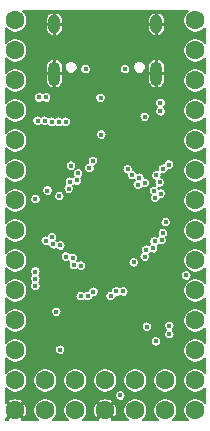
<source format=gbr>
G04 #@! TF.GenerationSoftware,KiCad,Pcbnew,5.1.9-1.fc33*
G04 #@! TF.CreationDate,2021-03-04T21:04:25+01:00*
G04 #@! TF.ProjectId,reDIP-SID,72654449-502d-4534-9944-2e6b69636164,0.1*
G04 #@! TF.SameCoordinates,PX5e28010PY8011a50*
G04 #@! TF.FileFunction,Copper,L5,Inr*
G04 #@! TF.FilePolarity,Positive*
%FSLAX46Y46*%
G04 Gerber Fmt 4.6, Leading zero omitted, Abs format (unit mm)*
G04 Created by KiCad (PCBNEW 5.1.9-1.fc33) date 2021-03-04 21:04:25*
%MOMM*%
%LPD*%
G01*
G04 APERTURE LIST*
G04 #@! TA.AperFunction,ComponentPad*
%ADD10O,1.000000X2.100000*%
G04 #@! TD*
G04 #@! TA.AperFunction,ComponentPad*
%ADD11O,1.000000X1.600000*%
G04 #@! TD*
G04 #@! TA.AperFunction,ComponentPad*
%ADD12C,1.600000*%
G04 #@! TD*
G04 #@! TA.AperFunction,ViaPad*
%ADD13C,0.450000*%
G04 #@! TD*
G04 #@! TA.AperFunction,Conductor*
%ADD14C,0.150000*%
G04 #@! TD*
G04 #@! TA.AperFunction,Conductor*
%ADD15C,0.100000*%
G04 #@! TD*
G04 APERTURE END LIST*
D10*
X4570000Y29790000D03*
X13210000Y29790000D03*
D11*
X13210000Y33970000D03*
X4570000Y33970000D03*
D12*
X16510000Y1270000D03*
X16510000Y3810000D03*
X16510000Y6350000D03*
X16510000Y8890000D03*
X16510000Y11430000D03*
X16510000Y13970000D03*
X16510000Y16510000D03*
X16510000Y19050000D03*
X16510000Y21590000D03*
X16510000Y24130000D03*
X3810000Y1270000D03*
X3810000Y3810000D03*
X6350000Y1270000D03*
X6350000Y3810000D03*
X8890000Y1270000D03*
X8890000Y3810000D03*
X11430000Y1270000D03*
X11430000Y3810000D03*
X13970000Y1270000D03*
X13970000Y3810000D03*
X1270000Y1270000D03*
X1270000Y3810000D03*
X1270000Y6350000D03*
X1270000Y8890000D03*
X1270000Y11430000D03*
X1270000Y13970000D03*
X1270000Y16510000D03*
X1270000Y19050000D03*
X1270000Y21590000D03*
X1270000Y24130000D03*
X16510000Y26670000D03*
X16510000Y29210000D03*
X16510000Y31750000D03*
X16510000Y34290000D03*
X1270000Y26670000D03*
X1270000Y29210000D03*
X1270000Y31750000D03*
X1270000Y34290000D03*
D13*
X12270000Y23250000D03*
X8890000Y7360000D03*
X7200000Y26120000D03*
X8890000Y9360000D03*
X12700000Y23670000D03*
X11850000Y22830000D03*
X12700000Y22830000D03*
X11850000Y23680000D03*
X9890000Y16300000D03*
X10900000Y17180000D03*
X8890000Y15290000D03*
X7900000Y16300000D03*
X7000000Y17180000D03*
X6260000Y5180000D03*
X15740000Y25400000D03*
X8740000Y19450000D03*
X3380000Y15240000D03*
X13550000Y15100000D03*
X15740000Y20320000D03*
X8890000Y17280000D03*
X2980000Y18570000D03*
X8550000Y26550000D03*
X4440000Y20340000D03*
X9900000Y27680000D03*
X13810000Y7130000D03*
X6680000Y27760000D03*
X13810000Y9030000D03*
X5550000Y24040000D03*
X4950000Y24040000D03*
X4350000Y24040000D03*
X3750000Y24040000D03*
X4050000Y23520000D03*
X4650000Y23520000D03*
X5250000Y23520000D03*
X5990000Y21990000D03*
X4740000Y9620000D03*
X13170000Y7130000D03*
X12230000Y26130000D03*
X6830000Y13520000D03*
X13780000Y21740000D03*
X14000000Y17220000D03*
X3990000Y19890000D03*
X3750000Y25800000D03*
X3150000Y25800000D03*
X2980000Y19170000D03*
X13490000Y20580000D03*
X5550000Y14300000D03*
X5550000Y25710000D03*
X8490000Y27730000D03*
X10560000Y30170000D03*
X7220000Y30170000D03*
X11760000Y20970000D03*
X11640000Y20380000D03*
X9810000Y11350000D03*
X10410000Y11350000D03*
X12230000Y14290000D03*
X7410000Y10960000D03*
X2970000Y13030000D03*
X13570000Y19630000D03*
X13090000Y19270000D03*
X13060000Y15590000D03*
X12940000Y15000000D03*
X12350000Y14880000D03*
X6230000Y13580000D03*
X6140000Y14180000D03*
X2970000Y11810000D03*
X3840000Y15640000D03*
X4370000Y15940000D03*
X4480000Y15340000D03*
X5080000Y15240000D03*
X2970000Y12420000D03*
X13650000Y15700000D03*
X13760000Y16290000D03*
X13020000Y19870000D03*
X4350000Y25710000D03*
X7890000Y11330000D03*
X4950000Y25710000D03*
X11290000Y13820000D03*
X5070000Y6410000D03*
X4990000Y19420000D03*
X5790000Y20030000D03*
X5890000Y20640000D03*
X7550000Y21800000D03*
X6490000Y20740000D03*
X12410000Y8360000D03*
X7850000Y22400000D03*
X14280000Y22090000D03*
X13560000Y26600000D03*
X6810000Y10950000D03*
X6590000Y21340000D03*
X10160000Y2540000D03*
X9350000Y10960000D03*
X13560000Y27300000D03*
X13210000Y21170000D03*
X15740000Y12700000D03*
X8550000Y24630000D03*
X14310000Y8430000D03*
X12230000Y20530000D03*
X11140000Y21210000D03*
X14310000Y7730000D03*
X10780000Y21690000D03*
X3280000Y27770000D03*
X3880000Y27770000D03*
D14*
X15713830Y34943400D02*
X15601656Y34775520D01*
X15524390Y34588982D01*
X15485000Y34390954D01*
X15485000Y34189046D01*
X15524390Y33991018D01*
X15601656Y33804480D01*
X15713830Y33636600D01*
X15856600Y33493830D01*
X16024480Y33381656D01*
X16211018Y33304390D01*
X16409046Y33265000D01*
X16610954Y33265000D01*
X16808982Y33304390D01*
X16995520Y33381656D01*
X17163400Y33493830D01*
X17305001Y33635431D01*
X17305001Y32404569D01*
X17163400Y32546170D01*
X16995520Y32658344D01*
X16808982Y32735610D01*
X16610954Y32775000D01*
X16409046Y32775000D01*
X16211018Y32735610D01*
X16024480Y32658344D01*
X15856600Y32546170D01*
X15713830Y32403400D01*
X15601656Y32235520D01*
X15524390Y32048982D01*
X15485000Y31850954D01*
X15485000Y31649046D01*
X15524390Y31451018D01*
X15601656Y31264480D01*
X15713830Y31096600D01*
X15856600Y30953830D01*
X16024480Y30841656D01*
X16211018Y30764390D01*
X16409046Y30725000D01*
X16610954Y30725000D01*
X16808982Y30764390D01*
X16995520Y30841656D01*
X17163400Y30953830D01*
X17305001Y31095431D01*
X17305001Y29864569D01*
X17163400Y30006170D01*
X16995520Y30118344D01*
X16808982Y30195610D01*
X16610954Y30235000D01*
X16409046Y30235000D01*
X16211018Y30195610D01*
X16024480Y30118344D01*
X15856600Y30006170D01*
X15713830Y29863400D01*
X15601656Y29695520D01*
X15524390Y29508982D01*
X15485000Y29310954D01*
X15485000Y29109046D01*
X15524390Y28911018D01*
X15601656Y28724480D01*
X15713830Y28556600D01*
X15856600Y28413830D01*
X16024480Y28301656D01*
X16211018Y28224390D01*
X16409046Y28185000D01*
X16610954Y28185000D01*
X16808982Y28224390D01*
X16995520Y28301656D01*
X17163400Y28413830D01*
X17305001Y28555431D01*
X17305001Y27324569D01*
X17163400Y27466170D01*
X16995520Y27578344D01*
X16808982Y27655610D01*
X16610954Y27695000D01*
X16409046Y27695000D01*
X16211018Y27655610D01*
X16024480Y27578344D01*
X15856600Y27466170D01*
X15713830Y27323400D01*
X15601656Y27155520D01*
X15524390Y26968982D01*
X15485000Y26770954D01*
X15485000Y26569046D01*
X15524390Y26371018D01*
X15601656Y26184480D01*
X15713830Y26016600D01*
X15856600Y25873830D01*
X16024480Y25761656D01*
X16211018Y25684390D01*
X16409046Y25645000D01*
X16610954Y25645000D01*
X16808982Y25684390D01*
X16995520Y25761656D01*
X17163400Y25873830D01*
X17305001Y26015431D01*
X17305001Y24784569D01*
X17163400Y24926170D01*
X16995520Y25038344D01*
X16808982Y25115610D01*
X16610954Y25155000D01*
X16409046Y25155000D01*
X16211018Y25115610D01*
X16024480Y25038344D01*
X15856600Y24926170D01*
X15713830Y24783400D01*
X15601656Y24615520D01*
X15524390Y24428982D01*
X15485000Y24230954D01*
X15485000Y24029046D01*
X15524390Y23831018D01*
X15601656Y23644480D01*
X15713830Y23476600D01*
X15856600Y23333830D01*
X16024480Y23221656D01*
X16211018Y23144390D01*
X16409046Y23105000D01*
X16610954Y23105000D01*
X16808982Y23144390D01*
X16995520Y23221656D01*
X17163400Y23333830D01*
X17305001Y23475431D01*
X17305001Y22244569D01*
X17163400Y22386170D01*
X16995520Y22498344D01*
X16808982Y22575610D01*
X16610954Y22615000D01*
X16409046Y22615000D01*
X16211018Y22575610D01*
X16024480Y22498344D01*
X15856600Y22386170D01*
X15713830Y22243400D01*
X15601656Y22075520D01*
X15524390Y21888982D01*
X15485000Y21690954D01*
X15485000Y21489046D01*
X15524390Y21291018D01*
X15601656Y21104480D01*
X15713830Y20936600D01*
X15856600Y20793830D01*
X16024480Y20681656D01*
X16211018Y20604390D01*
X16409046Y20565000D01*
X16610954Y20565000D01*
X16808982Y20604390D01*
X16995520Y20681656D01*
X17163400Y20793830D01*
X17305001Y20935431D01*
X17305001Y19704569D01*
X17163400Y19846170D01*
X16995520Y19958344D01*
X16808982Y20035610D01*
X16610954Y20075000D01*
X16409046Y20075000D01*
X16211018Y20035610D01*
X16024480Y19958344D01*
X15856600Y19846170D01*
X15713830Y19703400D01*
X15601656Y19535520D01*
X15524390Y19348982D01*
X15485000Y19150954D01*
X15485000Y18949046D01*
X15524390Y18751018D01*
X15601656Y18564480D01*
X15713830Y18396600D01*
X15856600Y18253830D01*
X16024480Y18141656D01*
X16211018Y18064390D01*
X16409046Y18025000D01*
X16610954Y18025000D01*
X16808982Y18064390D01*
X16995520Y18141656D01*
X17163400Y18253830D01*
X17305001Y18395431D01*
X17305000Y17164570D01*
X17163400Y17306170D01*
X16995520Y17418344D01*
X16808982Y17495610D01*
X16610954Y17535000D01*
X16409046Y17535000D01*
X16211018Y17495610D01*
X16024480Y17418344D01*
X15856600Y17306170D01*
X15713830Y17163400D01*
X15601656Y16995520D01*
X15524390Y16808982D01*
X15485000Y16610954D01*
X15485000Y16409046D01*
X15524390Y16211018D01*
X15601656Y16024480D01*
X15713830Y15856600D01*
X15856600Y15713830D01*
X16024480Y15601656D01*
X16211018Y15524390D01*
X16409046Y15485000D01*
X16610954Y15485000D01*
X16808982Y15524390D01*
X16995520Y15601656D01*
X17163400Y15713830D01*
X17305000Y15855430D01*
X17305000Y14624570D01*
X17163400Y14766170D01*
X16995520Y14878344D01*
X16808982Y14955610D01*
X16610954Y14995000D01*
X16409046Y14995000D01*
X16211018Y14955610D01*
X16024480Y14878344D01*
X15856600Y14766170D01*
X15713830Y14623400D01*
X15601656Y14455520D01*
X15524390Y14268982D01*
X15485000Y14070954D01*
X15485000Y13869046D01*
X15524390Y13671018D01*
X15601656Y13484480D01*
X15713830Y13316600D01*
X15856600Y13173830D01*
X16024480Y13061656D01*
X16211018Y12984390D01*
X16409046Y12945000D01*
X16610954Y12945000D01*
X16808982Y12984390D01*
X16995520Y13061656D01*
X17163400Y13173830D01*
X17305000Y13315430D01*
X17305000Y12084570D01*
X17163400Y12226170D01*
X16995520Y12338344D01*
X16808982Y12415610D01*
X16610954Y12455000D01*
X16409046Y12455000D01*
X16211018Y12415610D01*
X16024480Y12338344D01*
X15856600Y12226170D01*
X15713830Y12083400D01*
X15601656Y11915520D01*
X15524390Y11728982D01*
X15485000Y11530954D01*
X15485000Y11329046D01*
X15524390Y11131018D01*
X15601656Y10944480D01*
X15713830Y10776600D01*
X15856600Y10633830D01*
X16024480Y10521656D01*
X16211018Y10444390D01*
X16409046Y10405000D01*
X16610954Y10405000D01*
X16808982Y10444390D01*
X16995520Y10521656D01*
X17163400Y10633830D01*
X17305000Y10775430D01*
X17305000Y9544570D01*
X17163400Y9686170D01*
X16995520Y9798344D01*
X16808982Y9875610D01*
X16610954Y9915000D01*
X16409046Y9915000D01*
X16211018Y9875610D01*
X16024480Y9798344D01*
X15856600Y9686170D01*
X15713830Y9543400D01*
X15601656Y9375520D01*
X15524390Y9188982D01*
X15485000Y8990954D01*
X15485000Y8789046D01*
X15524390Y8591018D01*
X15601656Y8404480D01*
X15713830Y8236600D01*
X15856600Y8093830D01*
X16024480Y7981656D01*
X16211018Y7904390D01*
X16409046Y7865000D01*
X16610954Y7865000D01*
X16808982Y7904390D01*
X16995520Y7981656D01*
X17163400Y8093830D01*
X17305000Y8235430D01*
X17305000Y7004570D01*
X17163400Y7146170D01*
X16995520Y7258344D01*
X16808982Y7335610D01*
X16610954Y7375000D01*
X16409046Y7375000D01*
X16211018Y7335610D01*
X16024480Y7258344D01*
X15856600Y7146170D01*
X15713830Y7003400D01*
X15601656Y6835520D01*
X15524390Y6648982D01*
X15485000Y6450954D01*
X15485000Y6249046D01*
X15524390Y6051018D01*
X15601656Y5864480D01*
X15713830Y5696600D01*
X15856600Y5553830D01*
X16024480Y5441656D01*
X16211018Y5364390D01*
X16409046Y5325000D01*
X16610954Y5325000D01*
X16808982Y5364390D01*
X16995520Y5441656D01*
X17163400Y5553830D01*
X17305000Y5695430D01*
X17305000Y4464570D01*
X17163400Y4606170D01*
X16995520Y4718344D01*
X16808982Y4795610D01*
X16610954Y4835000D01*
X16409046Y4835000D01*
X16211018Y4795610D01*
X16024480Y4718344D01*
X15856600Y4606170D01*
X15713830Y4463400D01*
X15601656Y4295520D01*
X15524390Y4108982D01*
X15485000Y3910954D01*
X15485000Y3709046D01*
X15524390Y3511018D01*
X15601656Y3324480D01*
X15713830Y3156600D01*
X15856600Y3013830D01*
X16024480Y2901656D01*
X16211018Y2824390D01*
X16409046Y2785000D01*
X16610954Y2785000D01*
X16808982Y2824390D01*
X16995520Y2901656D01*
X17163400Y3013830D01*
X17305000Y3155430D01*
X17305000Y1924570D01*
X17163400Y2066170D01*
X16995520Y2178344D01*
X16808982Y2255610D01*
X16610954Y2295000D01*
X16409046Y2295000D01*
X16211018Y2255610D01*
X16024480Y2178344D01*
X15856600Y2066170D01*
X15713830Y1923400D01*
X15601656Y1755520D01*
X15524390Y1568982D01*
X15485000Y1370954D01*
X15485000Y1169046D01*
X15524390Y971018D01*
X15601656Y784480D01*
X15713830Y616600D01*
X15855430Y475000D01*
X14624570Y475000D01*
X14766170Y616600D01*
X14878344Y784480D01*
X14955610Y971018D01*
X14995000Y1169046D01*
X14995000Y1370954D01*
X14955610Y1568982D01*
X14878344Y1755520D01*
X14766170Y1923400D01*
X14623400Y2066170D01*
X14455520Y2178344D01*
X14268982Y2255610D01*
X14070954Y2295000D01*
X13869046Y2295000D01*
X13671018Y2255610D01*
X13484480Y2178344D01*
X13316600Y2066170D01*
X13173830Y1923400D01*
X13061656Y1755520D01*
X12984390Y1568982D01*
X12945000Y1370954D01*
X12945000Y1169046D01*
X12984390Y971018D01*
X13061656Y784480D01*
X13173830Y616600D01*
X13315430Y475000D01*
X12084570Y475000D01*
X12226170Y616600D01*
X12338344Y784480D01*
X12415610Y971018D01*
X12455000Y1169046D01*
X12455000Y1370954D01*
X12415610Y1568982D01*
X12338344Y1755520D01*
X12226170Y1923400D01*
X12083400Y2066170D01*
X11915520Y2178344D01*
X11728982Y2255610D01*
X11530954Y2295000D01*
X11329046Y2295000D01*
X11131018Y2255610D01*
X10944480Y2178344D01*
X10776600Y2066170D01*
X10633830Y1923400D01*
X10521656Y1755520D01*
X10444390Y1568982D01*
X10405000Y1370954D01*
X10405000Y1169046D01*
X10444390Y971018D01*
X10521656Y784480D01*
X10633830Y616600D01*
X10775430Y475000D01*
X9496537Y475000D01*
X9542253Y547036D01*
X8890000Y1199289D01*
X8237747Y547036D01*
X8283463Y475000D01*
X7004570Y475000D01*
X7146170Y616600D01*
X7258344Y784480D01*
X7335610Y971018D01*
X7375000Y1169046D01*
X7375000Y1260427D01*
X7860083Y1260427D01*
X7881741Y1059684D01*
X7942145Y867023D01*
X8028337Y705769D01*
X8167036Y617747D01*
X8819289Y1270000D01*
X8960711Y1270000D01*
X9612964Y617747D01*
X9751663Y705769D01*
X9845182Y884712D01*
X9901994Y1078462D01*
X9919917Y1279573D01*
X9898259Y1480316D01*
X9837855Y1672977D01*
X9751663Y1834231D01*
X9612964Y1922253D01*
X8960711Y1270000D01*
X8819289Y1270000D01*
X8167036Y1922253D01*
X8028337Y1834231D01*
X7934818Y1655288D01*
X7878006Y1461538D01*
X7860083Y1260427D01*
X7375000Y1260427D01*
X7375000Y1370954D01*
X7335610Y1568982D01*
X7258344Y1755520D01*
X7146170Y1923400D01*
X7076606Y1992964D01*
X8237747Y1992964D01*
X8890000Y1340711D01*
X9542253Y1992964D01*
X9454231Y2131663D01*
X9275288Y2225182D01*
X9081538Y2281994D01*
X8880427Y2299917D01*
X8679684Y2278259D01*
X8487023Y2217855D01*
X8325769Y2131663D01*
X8237747Y1992964D01*
X7076606Y1992964D01*
X7003400Y2066170D01*
X6835520Y2178344D01*
X6648982Y2255610D01*
X6450954Y2295000D01*
X6249046Y2295000D01*
X6051018Y2255610D01*
X5864480Y2178344D01*
X5696600Y2066170D01*
X5553830Y1923400D01*
X5441656Y1755520D01*
X5364390Y1568982D01*
X5325000Y1370954D01*
X5325000Y1169046D01*
X5364390Y971018D01*
X5441656Y784480D01*
X5553830Y616600D01*
X5695430Y475000D01*
X4464570Y475000D01*
X4606170Y616600D01*
X4718344Y784480D01*
X4795610Y971018D01*
X4835000Y1169046D01*
X4835000Y1370954D01*
X4795610Y1568982D01*
X4718344Y1755520D01*
X4606170Y1923400D01*
X4463400Y2066170D01*
X4295520Y2178344D01*
X4108982Y2255610D01*
X3910954Y2295000D01*
X3709046Y2295000D01*
X3511018Y2255610D01*
X3324480Y2178344D01*
X3156600Y2066170D01*
X3013830Y1923400D01*
X2901656Y1755520D01*
X2824390Y1568982D01*
X2785000Y1370954D01*
X2785000Y1169046D01*
X2824390Y971018D01*
X2901656Y784480D01*
X3013830Y616600D01*
X3155430Y475000D01*
X1876537Y475000D01*
X1922253Y547036D01*
X1270000Y1199289D01*
X617747Y547036D01*
X663463Y475000D01*
X523228Y475000D01*
X495587Y477710D01*
X491341Y478992D01*
X487426Y481074D01*
X483990Y483877D01*
X481163Y487294D01*
X479051Y491198D01*
X477742Y495429D01*
X475000Y521516D01*
X475000Y663463D01*
X547036Y617747D01*
X1199289Y1270000D01*
X1340711Y1270000D01*
X1992964Y617747D01*
X2131663Y705769D01*
X2225182Y884712D01*
X2281994Y1078462D01*
X2299917Y1279573D01*
X2278259Y1480316D01*
X2217855Y1672977D01*
X2131663Y1834231D01*
X1992964Y1922253D01*
X1340711Y1270000D01*
X1199289Y1270000D01*
X547036Y1922253D01*
X475000Y1876537D01*
X475000Y1992964D01*
X617747Y1992964D01*
X1270000Y1340711D01*
X1922253Y1992964D01*
X1834231Y2131663D01*
X1655288Y2225182D01*
X1461538Y2281994D01*
X1260427Y2299917D01*
X1059684Y2278259D01*
X867023Y2217855D01*
X705769Y2131663D01*
X617747Y1992964D01*
X475000Y1992964D01*
X475000Y2584321D01*
X9710000Y2584321D01*
X9710000Y2495679D01*
X9727294Y2408740D01*
X9761215Y2326845D01*
X9810462Y2253142D01*
X9873142Y2190462D01*
X9946845Y2141215D01*
X10028740Y2107294D01*
X10115679Y2090000D01*
X10204321Y2090000D01*
X10291260Y2107294D01*
X10373155Y2141215D01*
X10446858Y2190462D01*
X10509538Y2253142D01*
X10558785Y2326845D01*
X10592706Y2408740D01*
X10610000Y2495679D01*
X10610000Y2584321D01*
X10592706Y2671260D01*
X10558785Y2753155D01*
X10509538Y2826858D01*
X10446858Y2889538D01*
X10373155Y2938785D01*
X10291260Y2972706D01*
X10204321Y2990000D01*
X10115679Y2990000D01*
X10028740Y2972706D01*
X9946845Y2938785D01*
X9873142Y2889538D01*
X9810462Y2826858D01*
X9761215Y2753155D01*
X9727294Y2671260D01*
X9710000Y2584321D01*
X475000Y2584321D01*
X475000Y3155430D01*
X616600Y3013830D01*
X784480Y2901656D01*
X971018Y2824390D01*
X1169046Y2785000D01*
X1370954Y2785000D01*
X1568982Y2824390D01*
X1755520Y2901656D01*
X1923400Y3013830D01*
X2066170Y3156600D01*
X2178344Y3324480D01*
X2255610Y3511018D01*
X2295000Y3709046D01*
X2295000Y3910954D01*
X2785000Y3910954D01*
X2785000Y3709046D01*
X2824390Y3511018D01*
X2901656Y3324480D01*
X3013830Y3156600D01*
X3156600Y3013830D01*
X3324480Y2901656D01*
X3511018Y2824390D01*
X3709046Y2785000D01*
X3910954Y2785000D01*
X4108982Y2824390D01*
X4295520Y2901656D01*
X4463400Y3013830D01*
X4606170Y3156600D01*
X4718344Y3324480D01*
X4795610Y3511018D01*
X4835000Y3709046D01*
X4835000Y3910954D01*
X5325000Y3910954D01*
X5325000Y3709046D01*
X5364390Y3511018D01*
X5441656Y3324480D01*
X5553830Y3156600D01*
X5696600Y3013830D01*
X5864480Y2901656D01*
X6051018Y2824390D01*
X6249046Y2785000D01*
X6450954Y2785000D01*
X6648982Y2824390D01*
X6835520Y2901656D01*
X7003400Y3013830D01*
X7146170Y3156600D01*
X7258344Y3324480D01*
X7335610Y3511018D01*
X7375000Y3709046D01*
X7375000Y3910954D01*
X7865000Y3910954D01*
X7865000Y3709046D01*
X7904390Y3511018D01*
X7981656Y3324480D01*
X8093830Y3156600D01*
X8236600Y3013830D01*
X8404480Y2901656D01*
X8591018Y2824390D01*
X8789046Y2785000D01*
X8990954Y2785000D01*
X9188982Y2824390D01*
X9375520Y2901656D01*
X9543400Y3013830D01*
X9686170Y3156600D01*
X9798344Y3324480D01*
X9875610Y3511018D01*
X9915000Y3709046D01*
X9915000Y3910954D01*
X10405000Y3910954D01*
X10405000Y3709046D01*
X10444390Y3511018D01*
X10521656Y3324480D01*
X10633830Y3156600D01*
X10776600Y3013830D01*
X10944480Y2901656D01*
X11131018Y2824390D01*
X11329046Y2785000D01*
X11530954Y2785000D01*
X11728982Y2824390D01*
X11915520Y2901656D01*
X12083400Y3013830D01*
X12226170Y3156600D01*
X12338344Y3324480D01*
X12415610Y3511018D01*
X12455000Y3709046D01*
X12455000Y3910954D01*
X12945000Y3910954D01*
X12945000Y3709046D01*
X12984390Y3511018D01*
X13061656Y3324480D01*
X13173830Y3156600D01*
X13316600Y3013830D01*
X13484480Y2901656D01*
X13671018Y2824390D01*
X13869046Y2785000D01*
X14070954Y2785000D01*
X14268982Y2824390D01*
X14455520Y2901656D01*
X14623400Y3013830D01*
X14766170Y3156600D01*
X14878344Y3324480D01*
X14955610Y3511018D01*
X14995000Y3709046D01*
X14995000Y3910954D01*
X14955610Y4108982D01*
X14878344Y4295520D01*
X14766170Y4463400D01*
X14623400Y4606170D01*
X14455520Y4718344D01*
X14268982Y4795610D01*
X14070954Y4835000D01*
X13869046Y4835000D01*
X13671018Y4795610D01*
X13484480Y4718344D01*
X13316600Y4606170D01*
X13173830Y4463400D01*
X13061656Y4295520D01*
X12984390Y4108982D01*
X12945000Y3910954D01*
X12455000Y3910954D01*
X12415610Y4108982D01*
X12338344Y4295520D01*
X12226170Y4463400D01*
X12083400Y4606170D01*
X11915520Y4718344D01*
X11728982Y4795610D01*
X11530954Y4835000D01*
X11329046Y4835000D01*
X11131018Y4795610D01*
X10944480Y4718344D01*
X10776600Y4606170D01*
X10633830Y4463400D01*
X10521656Y4295520D01*
X10444390Y4108982D01*
X10405000Y3910954D01*
X9915000Y3910954D01*
X9875610Y4108982D01*
X9798344Y4295520D01*
X9686170Y4463400D01*
X9543400Y4606170D01*
X9375520Y4718344D01*
X9188982Y4795610D01*
X8990954Y4835000D01*
X8789046Y4835000D01*
X8591018Y4795610D01*
X8404480Y4718344D01*
X8236600Y4606170D01*
X8093830Y4463400D01*
X7981656Y4295520D01*
X7904390Y4108982D01*
X7865000Y3910954D01*
X7375000Y3910954D01*
X7335610Y4108982D01*
X7258344Y4295520D01*
X7146170Y4463400D01*
X7003400Y4606170D01*
X6835520Y4718344D01*
X6648982Y4795610D01*
X6450954Y4835000D01*
X6249046Y4835000D01*
X6051018Y4795610D01*
X5864480Y4718344D01*
X5696600Y4606170D01*
X5553830Y4463400D01*
X5441656Y4295520D01*
X5364390Y4108982D01*
X5325000Y3910954D01*
X4835000Y3910954D01*
X4795610Y4108982D01*
X4718344Y4295520D01*
X4606170Y4463400D01*
X4463400Y4606170D01*
X4295520Y4718344D01*
X4108982Y4795610D01*
X3910954Y4835000D01*
X3709046Y4835000D01*
X3511018Y4795610D01*
X3324480Y4718344D01*
X3156600Y4606170D01*
X3013830Y4463400D01*
X2901656Y4295520D01*
X2824390Y4108982D01*
X2785000Y3910954D01*
X2295000Y3910954D01*
X2255610Y4108982D01*
X2178344Y4295520D01*
X2066170Y4463400D01*
X1923400Y4606170D01*
X1755520Y4718344D01*
X1568982Y4795610D01*
X1370954Y4835000D01*
X1169046Y4835000D01*
X971018Y4795610D01*
X784480Y4718344D01*
X616600Y4606170D01*
X475000Y4464570D01*
X475000Y5695430D01*
X616600Y5553830D01*
X784480Y5441656D01*
X971018Y5364390D01*
X1169046Y5325000D01*
X1370954Y5325000D01*
X1568982Y5364390D01*
X1755520Y5441656D01*
X1923400Y5553830D01*
X2066170Y5696600D01*
X2178344Y5864480D01*
X2255610Y6051018D01*
X2295000Y6249046D01*
X2295000Y6450954D01*
X2294331Y6454321D01*
X4620000Y6454321D01*
X4620000Y6365679D01*
X4637294Y6278740D01*
X4671215Y6196845D01*
X4720462Y6123142D01*
X4783142Y6060462D01*
X4856845Y6011215D01*
X4938740Y5977294D01*
X5025679Y5960000D01*
X5114321Y5960000D01*
X5201260Y5977294D01*
X5283155Y6011215D01*
X5356858Y6060462D01*
X5419538Y6123142D01*
X5468785Y6196845D01*
X5502706Y6278740D01*
X5520000Y6365679D01*
X5520000Y6454321D01*
X5502706Y6541260D01*
X5468785Y6623155D01*
X5419538Y6696858D01*
X5356858Y6759538D01*
X5283155Y6808785D01*
X5201260Y6842706D01*
X5114321Y6860000D01*
X5025679Y6860000D01*
X4938740Y6842706D01*
X4856845Y6808785D01*
X4783142Y6759538D01*
X4720462Y6696858D01*
X4671215Y6623155D01*
X4637294Y6541260D01*
X4620000Y6454321D01*
X2294331Y6454321D01*
X2255610Y6648982D01*
X2178344Y6835520D01*
X2066170Y7003400D01*
X1923400Y7146170D01*
X1881270Y7174321D01*
X12720000Y7174321D01*
X12720000Y7085679D01*
X12737294Y6998740D01*
X12771215Y6916845D01*
X12820462Y6843142D01*
X12883142Y6780462D01*
X12956845Y6731215D01*
X13038740Y6697294D01*
X13125679Y6680000D01*
X13214321Y6680000D01*
X13301260Y6697294D01*
X13383155Y6731215D01*
X13456858Y6780462D01*
X13519538Y6843142D01*
X13568785Y6916845D01*
X13602706Y6998740D01*
X13620000Y7085679D01*
X13620000Y7174321D01*
X13602706Y7261260D01*
X13568785Y7343155D01*
X13519538Y7416858D01*
X13456858Y7479538D01*
X13383155Y7528785D01*
X13301260Y7562706D01*
X13214321Y7580000D01*
X13125679Y7580000D01*
X13038740Y7562706D01*
X12956845Y7528785D01*
X12883142Y7479538D01*
X12820462Y7416858D01*
X12771215Y7343155D01*
X12737294Y7261260D01*
X12720000Y7174321D01*
X1881270Y7174321D01*
X1755520Y7258344D01*
X1568982Y7335610D01*
X1370954Y7375000D01*
X1169046Y7375000D01*
X971018Y7335610D01*
X784480Y7258344D01*
X616600Y7146170D01*
X475000Y7004570D01*
X475000Y8235430D01*
X616600Y8093830D01*
X784480Y7981656D01*
X971018Y7904390D01*
X1169046Y7865000D01*
X1370954Y7865000D01*
X1568982Y7904390D01*
X1755520Y7981656D01*
X1923400Y8093830D01*
X2066170Y8236600D01*
X2178237Y8404321D01*
X11960000Y8404321D01*
X11960000Y8315679D01*
X11977294Y8228740D01*
X12011215Y8146845D01*
X12060462Y8073142D01*
X12123142Y8010462D01*
X12196845Y7961215D01*
X12278740Y7927294D01*
X12365679Y7910000D01*
X12454321Y7910000D01*
X12541260Y7927294D01*
X12623155Y7961215D01*
X12696858Y8010462D01*
X12759538Y8073142D01*
X12808785Y8146845D01*
X12842706Y8228740D01*
X12860000Y8315679D01*
X12860000Y8404321D01*
X12846076Y8474321D01*
X13860000Y8474321D01*
X13860000Y8385679D01*
X13877294Y8298740D01*
X13911215Y8216845D01*
X13960462Y8143142D01*
X14023142Y8080462D01*
X14023833Y8080000D01*
X14023142Y8079538D01*
X13960462Y8016858D01*
X13911215Y7943155D01*
X13877294Y7861260D01*
X13860000Y7774321D01*
X13860000Y7685679D01*
X13877294Y7598740D01*
X13911215Y7516845D01*
X13960462Y7443142D01*
X14023142Y7380462D01*
X14096845Y7331215D01*
X14178740Y7297294D01*
X14265679Y7280000D01*
X14354321Y7280000D01*
X14441260Y7297294D01*
X14523155Y7331215D01*
X14596858Y7380462D01*
X14659538Y7443142D01*
X14708785Y7516845D01*
X14742706Y7598740D01*
X14760000Y7685679D01*
X14760000Y7774321D01*
X14742706Y7861260D01*
X14708785Y7943155D01*
X14659538Y8016858D01*
X14596858Y8079538D01*
X14596167Y8080000D01*
X14596858Y8080462D01*
X14659538Y8143142D01*
X14708785Y8216845D01*
X14742706Y8298740D01*
X14760000Y8385679D01*
X14760000Y8474321D01*
X14742706Y8561260D01*
X14708785Y8643155D01*
X14659538Y8716858D01*
X14596858Y8779538D01*
X14523155Y8828785D01*
X14441260Y8862706D01*
X14354321Y8880000D01*
X14265679Y8880000D01*
X14178740Y8862706D01*
X14096845Y8828785D01*
X14023142Y8779538D01*
X13960462Y8716858D01*
X13911215Y8643155D01*
X13877294Y8561260D01*
X13860000Y8474321D01*
X12846076Y8474321D01*
X12842706Y8491260D01*
X12808785Y8573155D01*
X12759538Y8646858D01*
X12696858Y8709538D01*
X12623155Y8758785D01*
X12541260Y8792706D01*
X12454321Y8810000D01*
X12365679Y8810000D01*
X12278740Y8792706D01*
X12196845Y8758785D01*
X12123142Y8709538D01*
X12060462Y8646858D01*
X12011215Y8573155D01*
X11977294Y8491260D01*
X11960000Y8404321D01*
X2178237Y8404321D01*
X2178344Y8404480D01*
X2255610Y8591018D01*
X2295000Y8789046D01*
X2295000Y8990954D01*
X2255610Y9188982D01*
X2178344Y9375520D01*
X2066170Y9543400D01*
X1945249Y9664321D01*
X4290000Y9664321D01*
X4290000Y9575679D01*
X4307294Y9488740D01*
X4341215Y9406845D01*
X4390462Y9333142D01*
X4453142Y9270462D01*
X4526845Y9221215D01*
X4608740Y9187294D01*
X4695679Y9170000D01*
X4784321Y9170000D01*
X4871260Y9187294D01*
X4953155Y9221215D01*
X5026858Y9270462D01*
X5089538Y9333142D01*
X5138785Y9406845D01*
X5172706Y9488740D01*
X5190000Y9575679D01*
X5190000Y9664321D01*
X5172706Y9751260D01*
X5138785Y9833155D01*
X5089538Y9906858D01*
X5026858Y9969538D01*
X4953155Y10018785D01*
X4871260Y10052706D01*
X4784321Y10070000D01*
X4695679Y10070000D01*
X4608740Y10052706D01*
X4526845Y10018785D01*
X4453142Y9969538D01*
X4390462Y9906858D01*
X4341215Y9833155D01*
X4307294Y9751260D01*
X4290000Y9664321D01*
X1945249Y9664321D01*
X1923400Y9686170D01*
X1755520Y9798344D01*
X1568982Y9875610D01*
X1370954Y9915000D01*
X1169046Y9915000D01*
X971018Y9875610D01*
X784480Y9798344D01*
X616600Y9686170D01*
X475000Y9544570D01*
X475000Y10775430D01*
X616600Y10633830D01*
X784480Y10521656D01*
X971018Y10444390D01*
X1169046Y10405000D01*
X1370954Y10405000D01*
X1568982Y10444390D01*
X1755520Y10521656D01*
X1923400Y10633830D01*
X2066170Y10776600D01*
X2178344Y10944480D01*
X2198988Y10994321D01*
X6360000Y10994321D01*
X6360000Y10905679D01*
X6377294Y10818740D01*
X6411215Y10736845D01*
X6460462Y10663142D01*
X6523142Y10600462D01*
X6596845Y10551215D01*
X6678740Y10517294D01*
X6765679Y10500000D01*
X6854321Y10500000D01*
X6941260Y10517294D01*
X7023155Y10551215D01*
X7096858Y10600462D01*
X7115000Y10618604D01*
X7123142Y10610462D01*
X7196845Y10561215D01*
X7278740Y10527294D01*
X7365679Y10510000D01*
X7454321Y10510000D01*
X7541260Y10527294D01*
X7623155Y10561215D01*
X7696858Y10610462D01*
X7759538Y10673142D01*
X7808785Y10746845D01*
X7842706Y10828740D01*
X7852903Y10880000D01*
X7934321Y10880000D01*
X8021260Y10897294D01*
X8103155Y10931215D01*
X8176858Y10980462D01*
X8200717Y11004321D01*
X8900000Y11004321D01*
X8900000Y10915679D01*
X8917294Y10828740D01*
X8951215Y10746845D01*
X9000462Y10673142D01*
X9063142Y10610462D01*
X9136845Y10561215D01*
X9218740Y10527294D01*
X9305679Y10510000D01*
X9394321Y10510000D01*
X9481260Y10527294D01*
X9563155Y10561215D01*
X9636858Y10610462D01*
X9699538Y10673142D01*
X9748785Y10746845D01*
X9782706Y10828740D01*
X9796881Y10900000D01*
X9854321Y10900000D01*
X9941260Y10917294D01*
X10023155Y10951215D01*
X10096858Y11000462D01*
X10110000Y11013604D01*
X10123142Y11000462D01*
X10196845Y10951215D01*
X10278740Y10917294D01*
X10365679Y10900000D01*
X10454321Y10900000D01*
X10541260Y10917294D01*
X10623155Y10951215D01*
X10696858Y11000462D01*
X10759538Y11063142D01*
X10808785Y11136845D01*
X10842706Y11218740D01*
X10860000Y11305679D01*
X10860000Y11394321D01*
X10842706Y11481260D01*
X10808785Y11563155D01*
X10759538Y11636858D01*
X10696858Y11699538D01*
X10623155Y11748785D01*
X10541260Y11782706D01*
X10454321Y11800000D01*
X10365679Y11800000D01*
X10278740Y11782706D01*
X10196845Y11748785D01*
X10123142Y11699538D01*
X10110000Y11686396D01*
X10096858Y11699538D01*
X10023155Y11748785D01*
X9941260Y11782706D01*
X9854321Y11800000D01*
X9765679Y11800000D01*
X9678740Y11782706D01*
X9596845Y11748785D01*
X9523142Y11699538D01*
X9460462Y11636858D01*
X9411215Y11563155D01*
X9377294Y11481260D01*
X9363119Y11410000D01*
X9305679Y11410000D01*
X9218740Y11392706D01*
X9136845Y11358785D01*
X9063142Y11309538D01*
X9000462Y11246858D01*
X8951215Y11173155D01*
X8917294Y11091260D01*
X8900000Y11004321D01*
X8200717Y11004321D01*
X8239538Y11043142D01*
X8288785Y11116845D01*
X8322706Y11198740D01*
X8340000Y11285679D01*
X8340000Y11374321D01*
X8322706Y11461260D01*
X8288785Y11543155D01*
X8239538Y11616858D01*
X8176858Y11679538D01*
X8103155Y11728785D01*
X8021260Y11762706D01*
X7934321Y11780000D01*
X7845679Y11780000D01*
X7758740Y11762706D01*
X7676845Y11728785D01*
X7603142Y11679538D01*
X7540462Y11616858D01*
X7491215Y11543155D01*
X7457294Y11461260D01*
X7447097Y11410000D01*
X7365679Y11410000D01*
X7278740Y11392706D01*
X7196845Y11358785D01*
X7123142Y11309538D01*
X7105000Y11291396D01*
X7096858Y11299538D01*
X7023155Y11348785D01*
X6941260Y11382706D01*
X6854321Y11400000D01*
X6765679Y11400000D01*
X6678740Y11382706D01*
X6596845Y11348785D01*
X6523142Y11299538D01*
X6460462Y11236858D01*
X6411215Y11163155D01*
X6377294Y11081260D01*
X6360000Y10994321D01*
X2198988Y10994321D01*
X2255610Y11131018D01*
X2295000Y11329046D01*
X2295000Y11530954D01*
X2255610Y11728982D01*
X2178344Y11915520D01*
X2066170Y12083400D01*
X1923400Y12226170D01*
X1755520Y12338344D01*
X1568982Y12415610D01*
X1370954Y12455000D01*
X1169046Y12455000D01*
X971018Y12415610D01*
X784480Y12338344D01*
X616600Y12226170D01*
X475000Y12084570D01*
X475000Y13315430D01*
X616600Y13173830D01*
X784480Y13061656D01*
X971018Y12984390D01*
X1169046Y12945000D01*
X1370954Y12945000D01*
X1568982Y12984390D01*
X1755520Y13061656D01*
X1774474Y13074321D01*
X2520000Y13074321D01*
X2520000Y12985679D01*
X2537294Y12898740D01*
X2571215Y12816845D01*
X2620462Y12743142D01*
X2638604Y12725000D01*
X2620462Y12706858D01*
X2571215Y12633155D01*
X2537294Y12551260D01*
X2520000Y12464321D01*
X2520000Y12375679D01*
X2537294Y12288740D01*
X2571215Y12206845D01*
X2620462Y12133142D01*
X2638604Y12115000D01*
X2620462Y12096858D01*
X2571215Y12023155D01*
X2537294Y11941260D01*
X2520000Y11854321D01*
X2520000Y11765679D01*
X2537294Y11678740D01*
X2571215Y11596845D01*
X2620462Y11523142D01*
X2683142Y11460462D01*
X2756845Y11411215D01*
X2838740Y11377294D01*
X2925679Y11360000D01*
X3014321Y11360000D01*
X3101260Y11377294D01*
X3183155Y11411215D01*
X3256858Y11460462D01*
X3319538Y11523142D01*
X3368785Y11596845D01*
X3402706Y11678740D01*
X3420000Y11765679D01*
X3420000Y11854321D01*
X3402706Y11941260D01*
X3368785Y12023155D01*
X3319538Y12096858D01*
X3301396Y12115000D01*
X3319538Y12133142D01*
X3368785Y12206845D01*
X3402706Y12288740D01*
X3420000Y12375679D01*
X3420000Y12464321D01*
X3402706Y12551260D01*
X3368785Y12633155D01*
X3319538Y12706858D01*
X3301396Y12725000D01*
X3319538Y12743142D01*
X3320325Y12744321D01*
X15290000Y12744321D01*
X15290000Y12655679D01*
X15307294Y12568740D01*
X15341215Y12486845D01*
X15390462Y12413142D01*
X15453142Y12350462D01*
X15526845Y12301215D01*
X15608740Y12267294D01*
X15695679Y12250000D01*
X15784321Y12250000D01*
X15871260Y12267294D01*
X15953155Y12301215D01*
X16026858Y12350462D01*
X16089538Y12413142D01*
X16138785Y12486845D01*
X16172706Y12568740D01*
X16190000Y12655679D01*
X16190000Y12744321D01*
X16172706Y12831260D01*
X16138785Y12913155D01*
X16089538Y12986858D01*
X16026858Y13049538D01*
X15953155Y13098785D01*
X15871260Y13132706D01*
X15784321Y13150000D01*
X15695679Y13150000D01*
X15608740Y13132706D01*
X15526845Y13098785D01*
X15453142Y13049538D01*
X15390462Y12986858D01*
X15341215Y12913155D01*
X15307294Y12831260D01*
X15290000Y12744321D01*
X3320325Y12744321D01*
X3368785Y12816845D01*
X3402706Y12898740D01*
X3420000Y12985679D01*
X3420000Y13074321D01*
X3402706Y13161260D01*
X3368785Y13243155D01*
X3319538Y13316858D01*
X3256858Y13379538D01*
X3183155Y13428785D01*
X3101260Y13462706D01*
X3014321Y13480000D01*
X2925679Y13480000D01*
X2838740Y13462706D01*
X2756845Y13428785D01*
X2683142Y13379538D01*
X2620462Y13316858D01*
X2571215Y13243155D01*
X2537294Y13161260D01*
X2520000Y13074321D01*
X1774474Y13074321D01*
X1923400Y13173830D01*
X2066170Y13316600D01*
X2178344Y13484480D01*
X2255610Y13671018D01*
X2295000Y13869046D01*
X2295000Y14070954D01*
X2255610Y14268982D01*
X2224404Y14344321D01*
X5100000Y14344321D01*
X5100000Y14255679D01*
X5117294Y14168740D01*
X5151215Y14086845D01*
X5200462Y14013142D01*
X5263142Y13950462D01*
X5336845Y13901215D01*
X5418740Y13867294D01*
X5505679Y13850000D01*
X5594321Y13850000D01*
X5681260Y13867294D01*
X5763155Y13901215D01*
X5778304Y13911337D01*
X5790462Y13893142D01*
X5853142Y13830462D01*
X5855217Y13829076D01*
X5831215Y13793155D01*
X5797294Y13711260D01*
X5780000Y13624321D01*
X5780000Y13535679D01*
X5797294Y13448740D01*
X5831215Y13366845D01*
X5880462Y13293142D01*
X5943142Y13230462D01*
X6016845Y13181215D01*
X6098740Y13147294D01*
X6185679Y13130000D01*
X6274321Y13130000D01*
X6361260Y13147294D01*
X6443155Y13181215D01*
X6496647Y13216957D01*
X6543142Y13170462D01*
X6616845Y13121215D01*
X6698740Y13087294D01*
X6785679Y13070000D01*
X6874321Y13070000D01*
X6961260Y13087294D01*
X7043155Y13121215D01*
X7116858Y13170462D01*
X7179538Y13233142D01*
X7228785Y13306845D01*
X7262706Y13388740D01*
X7280000Y13475679D01*
X7280000Y13564321D01*
X7262706Y13651260D01*
X7228785Y13733155D01*
X7179538Y13806858D01*
X7122075Y13864321D01*
X10840000Y13864321D01*
X10840000Y13775679D01*
X10857294Y13688740D01*
X10891215Y13606845D01*
X10940462Y13533142D01*
X11003142Y13470462D01*
X11076845Y13421215D01*
X11158740Y13387294D01*
X11245679Y13370000D01*
X11334321Y13370000D01*
X11421260Y13387294D01*
X11503155Y13421215D01*
X11576858Y13470462D01*
X11639538Y13533142D01*
X11688785Y13606845D01*
X11722706Y13688740D01*
X11740000Y13775679D01*
X11740000Y13864321D01*
X11722706Y13951260D01*
X11688785Y14033155D01*
X11639538Y14106858D01*
X11576858Y14169538D01*
X11503155Y14218785D01*
X11421260Y14252706D01*
X11334321Y14270000D01*
X11245679Y14270000D01*
X11158740Y14252706D01*
X11076845Y14218785D01*
X11003142Y14169538D01*
X10940462Y14106858D01*
X10891215Y14033155D01*
X10857294Y13951260D01*
X10840000Y13864321D01*
X7122075Y13864321D01*
X7116858Y13869538D01*
X7043155Y13918785D01*
X6961260Y13952706D01*
X6874321Y13970000D01*
X6785679Y13970000D01*
X6698740Y13952706D01*
X6616845Y13918785D01*
X6563353Y13883043D01*
X6516858Y13929538D01*
X6514783Y13930924D01*
X6538785Y13966845D01*
X6572706Y14048740D01*
X6590000Y14135679D01*
X6590000Y14224321D01*
X6572706Y14311260D01*
X6563155Y14334321D01*
X11780000Y14334321D01*
X11780000Y14245679D01*
X11797294Y14158740D01*
X11831215Y14076845D01*
X11880462Y14003142D01*
X11943142Y13940462D01*
X12016845Y13891215D01*
X12098740Y13857294D01*
X12185679Y13840000D01*
X12274321Y13840000D01*
X12361260Y13857294D01*
X12443155Y13891215D01*
X12516858Y13940462D01*
X12579538Y14003142D01*
X12628785Y14076845D01*
X12662706Y14158740D01*
X12680000Y14245679D01*
X12680000Y14334321D01*
X12662706Y14421260D01*
X12628785Y14503155D01*
X12618663Y14518304D01*
X12636858Y14530462D01*
X12699538Y14593142D01*
X12711696Y14611337D01*
X12726845Y14601215D01*
X12808740Y14567294D01*
X12895679Y14550000D01*
X12984321Y14550000D01*
X13071260Y14567294D01*
X13153155Y14601215D01*
X13226858Y14650462D01*
X13289538Y14713142D01*
X13338785Y14786845D01*
X13372706Y14868740D01*
X13390000Y14955679D01*
X13390000Y15044321D01*
X13372706Y15131260D01*
X13338785Y15213155D01*
X13328663Y15228304D01*
X13346858Y15240462D01*
X13409538Y15303142D01*
X13417076Y15314424D01*
X13436845Y15301215D01*
X13518740Y15267294D01*
X13605679Y15250000D01*
X13694321Y15250000D01*
X13781260Y15267294D01*
X13863155Y15301215D01*
X13936858Y15350462D01*
X13999538Y15413142D01*
X14048785Y15486845D01*
X14082706Y15568740D01*
X14100000Y15655679D01*
X14100000Y15744321D01*
X14082706Y15831260D01*
X14048785Y15913155D01*
X14035576Y15932924D01*
X14046858Y15940462D01*
X14109538Y16003142D01*
X14158785Y16076845D01*
X14192706Y16158740D01*
X14210000Y16245679D01*
X14210000Y16334321D01*
X14192706Y16421260D01*
X14158785Y16503155D01*
X14109538Y16576858D01*
X14046858Y16639538D01*
X13973155Y16688785D01*
X13891260Y16722706D01*
X13804321Y16740000D01*
X13715679Y16740000D01*
X13628740Y16722706D01*
X13546845Y16688785D01*
X13473142Y16639538D01*
X13410462Y16576858D01*
X13361215Y16503155D01*
X13327294Y16421260D01*
X13310000Y16334321D01*
X13310000Y16245679D01*
X13327294Y16158740D01*
X13361215Y16076845D01*
X13374424Y16057076D01*
X13363142Y16049538D01*
X13300462Y15986858D01*
X13292924Y15975576D01*
X13273155Y15988785D01*
X13191260Y16022706D01*
X13104321Y16040000D01*
X13015679Y16040000D01*
X12928740Y16022706D01*
X12846845Y15988785D01*
X12773142Y15939538D01*
X12710462Y15876858D01*
X12661215Y15803155D01*
X12627294Y15721260D01*
X12610000Y15634321D01*
X12610000Y15545679D01*
X12627294Y15458740D01*
X12661215Y15376845D01*
X12671337Y15361696D01*
X12653142Y15349538D01*
X12590462Y15286858D01*
X12578304Y15268663D01*
X12563155Y15278785D01*
X12481260Y15312706D01*
X12394321Y15330000D01*
X12305679Y15330000D01*
X12218740Y15312706D01*
X12136845Y15278785D01*
X12063142Y15229538D01*
X12000462Y15166858D01*
X11951215Y15093155D01*
X11917294Y15011260D01*
X11900000Y14924321D01*
X11900000Y14835679D01*
X11917294Y14748740D01*
X11951215Y14666845D01*
X11961337Y14651696D01*
X11943142Y14639538D01*
X11880462Y14576858D01*
X11831215Y14503155D01*
X11797294Y14421260D01*
X11780000Y14334321D01*
X6563155Y14334321D01*
X6538785Y14393155D01*
X6489538Y14466858D01*
X6426858Y14529538D01*
X6353155Y14578785D01*
X6271260Y14612706D01*
X6184321Y14630000D01*
X6095679Y14630000D01*
X6008740Y14612706D01*
X5926845Y14578785D01*
X5911696Y14568663D01*
X5899538Y14586858D01*
X5836858Y14649538D01*
X5763155Y14698785D01*
X5681260Y14732706D01*
X5594321Y14750000D01*
X5505679Y14750000D01*
X5418740Y14732706D01*
X5336845Y14698785D01*
X5263142Y14649538D01*
X5200462Y14586858D01*
X5151215Y14513155D01*
X5117294Y14431260D01*
X5100000Y14344321D01*
X2224404Y14344321D01*
X2178344Y14455520D01*
X2066170Y14623400D01*
X1923400Y14766170D01*
X1755520Y14878344D01*
X1568982Y14955610D01*
X1370954Y14995000D01*
X1169046Y14995000D01*
X971018Y14955610D01*
X784480Y14878344D01*
X616600Y14766170D01*
X475000Y14624570D01*
X475000Y15855430D01*
X616600Y15713830D01*
X784480Y15601656D01*
X971018Y15524390D01*
X1169046Y15485000D01*
X1370954Y15485000D01*
X1568982Y15524390D01*
X1755520Y15601656D01*
X1879236Y15684321D01*
X3390000Y15684321D01*
X3390000Y15595679D01*
X3407294Y15508740D01*
X3441215Y15426845D01*
X3490462Y15353142D01*
X3553142Y15290462D01*
X3626845Y15241215D01*
X3708740Y15207294D01*
X3795679Y15190000D01*
X3884321Y15190000D01*
X3971260Y15207294D01*
X4041772Y15236500D01*
X4047294Y15208740D01*
X4081215Y15126845D01*
X4130462Y15053142D01*
X4193142Y14990462D01*
X4266845Y14941215D01*
X4348740Y14907294D01*
X4435679Y14890000D01*
X4524321Y14890000D01*
X4611260Y14907294D01*
X4693155Y14941215D01*
X4724456Y14962130D01*
X4730462Y14953142D01*
X4793142Y14890462D01*
X4866845Y14841215D01*
X4948740Y14807294D01*
X5035679Y14790000D01*
X5124321Y14790000D01*
X5211260Y14807294D01*
X5293155Y14841215D01*
X5366858Y14890462D01*
X5429538Y14953142D01*
X5478785Y15026845D01*
X5512706Y15108740D01*
X5530000Y15195679D01*
X5530000Y15284321D01*
X5512706Y15371260D01*
X5478785Y15453155D01*
X5429538Y15526858D01*
X5366858Y15589538D01*
X5293155Y15638785D01*
X5211260Y15672706D01*
X5124321Y15690000D01*
X5035679Y15690000D01*
X4948740Y15672706D01*
X4866845Y15638785D01*
X4835544Y15617870D01*
X4829538Y15626858D01*
X4766858Y15689538D01*
X4750957Y15700163D01*
X4768785Y15726845D01*
X4802706Y15808740D01*
X4820000Y15895679D01*
X4820000Y15984321D01*
X4802706Y16071260D01*
X4768785Y16153155D01*
X4719538Y16226858D01*
X4656858Y16289538D01*
X4583155Y16338785D01*
X4501260Y16372706D01*
X4414321Y16390000D01*
X4325679Y16390000D01*
X4238740Y16372706D01*
X4156845Y16338785D01*
X4083142Y16289538D01*
X4020462Y16226858D01*
X3971215Y16153155D01*
X3940433Y16078838D01*
X3884321Y16090000D01*
X3795679Y16090000D01*
X3708740Y16072706D01*
X3626845Y16038785D01*
X3553142Y15989538D01*
X3490462Y15926858D01*
X3441215Y15853155D01*
X3407294Y15771260D01*
X3390000Y15684321D01*
X1879236Y15684321D01*
X1923400Y15713830D01*
X2066170Y15856600D01*
X2178344Y16024480D01*
X2255610Y16211018D01*
X2295000Y16409046D01*
X2295000Y16610954D01*
X2255610Y16808982D01*
X2178344Y16995520D01*
X2066170Y17163400D01*
X1965249Y17264321D01*
X13550000Y17264321D01*
X13550000Y17175679D01*
X13567294Y17088740D01*
X13601215Y17006845D01*
X13650462Y16933142D01*
X13713142Y16870462D01*
X13786845Y16821215D01*
X13868740Y16787294D01*
X13955679Y16770000D01*
X14044321Y16770000D01*
X14131260Y16787294D01*
X14213155Y16821215D01*
X14286858Y16870462D01*
X14349538Y16933142D01*
X14398785Y17006845D01*
X14432706Y17088740D01*
X14450000Y17175679D01*
X14450000Y17264321D01*
X14432706Y17351260D01*
X14398785Y17433155D01*
X14349538Y17506858D01*
X14286858Y17569538D01*
X14213155Y17618785D01*
X14131260Y17652706D01*
X14044321Y17670000D01*
X13955679Y17670000D01*
X13868740Y17652706D01*
X13786845Y17618785D01*
X13713142Y17569538D01*
X13650462Y17506858D01*
X13601215Y17433155D01*
X13567294Y17351260D01*
X13550000Y17264321D01*
X1965249Y17264321D01*
X1923400Y17306170D01*
X1755520Y17418344D01*
X1568982Y17495610D01*
X1370954Y17535000D01*
X1169046Y17535000D01*
X971018Y17495610D01*
X784480Y17418344D01*
X616600Y17306170D01*
X475000Y17164570D01*
X475000Y18395430D01*
X616600Y18253830D01*
X784480Y18141656D01*
X971018Y18064390D01*
X1169046Y18025000D01*
X1370954Y18025000D01*
X1568982Y18064390D01*
X1755520Y18141656D01*
X1923400Y18253830D01*
X2066170Y18396600D01*
X2178344Y18564480D01*
X2255610Y18751018D01*
X2295000Y18949046D01*
X2295000Y19150954D01*
X2282396Y19214321D01*
X2530000Y19214321D01*
X2530000Y19125679D01*
X2547294Y19038740D01*
X2581215Y18956845D01*
X2630462Y18883142D01*
X2693142Y18820462D01*
X2766845Y18771215D01*
X2848740Y18737294D01*
X2935679Y18720000D01*
X3024321Y18720000D01*
X3111260Y18737294D01*
X3193155Y18771215D01*
X3266858Y18820462D01*
X3329538Y18883142D01*
X3378785Y18956845D01*
X3412706Y19038740D01*
X3430000Y19125679D01*
X3430000Y19214321D01*
X3412706Y19301260D01*
X3378785Y19383155D01*
X3329538Y19456858D01*
X3266858Y19519538D01*
X3193155Y19568785D01*
X3111260Y19602706D01*
X3024321Y19620000D01*
X2935679Y19620000D01*
X2848740Y19602706D01*
X2766845Y19568785D01*
X2693142Y19519538D01*
X2630462Y19456858D01*
X2581215Y19383155D01*
X2547294Y19301260D01*
X2530000Y19214321D01*
X2282396Y19214321D01*
X2255610Y19348982D01*
X2178344Y19535520D01*
X2066170Y19703400D01*
X1923400Y19846170D01*
X1791473Y19934321D01*
X3540000Y19934321D01*
X3540000Y19845679D01*
X3557294Y19758740D01*
X3591215Y19676845D01*
X3640462Y19603142D01*
X3703142Y19540462D01*
X3776845Y19491215D01*
X3858740Y19457294D01*
X3945679Y19440000D01*
X4034321Y19440000D01*
X4121260Y19457294D01*
X4138225Y19464321D01*
X4540000Y19464321D01*
X4540000Y19375679D01*
X4557294Y19288740D01*
X4591215Y19206845D01*
X4640462Y19133142D01*
X4703142Y19070462D01*
X4776845Y19021215D01*
X4858740Y18987294D01*
X4945679Y18970000D01*
X5034321Y18970000D01*
X5121260Y18987294D01*
X5203155Y19021215D01*
X5276858Y19070462D01*
X5339538Y19133142D01*
X5388785Y19206845D01*
X5422706Y19288740D01*
X5440000Y19375679D01*
X5440000Y19464321D01*
X5422706Y19551260D01*
X5388785Y19633155D01*
X5339538Y19706858D01*
X5276858Y19769538D01*
X5203155Y19818785D01*
X5121260Y19852706D01*
X5034321Y19870000D01*
X4945679Y19870000D01*
X4858740Y19852706D01*
X4776845Y19818785D01*
X4703142Y19769538D01*
X4640462Y19706858D01*
X4591215Y19633155D01*
X4557294Y19551260D01*
X4540000Y19464321D01*
X4138225Y19464321D01*
X4203155Y19491215D01*
X4276858Y19540462D01*
X4339538Y19603142D01*
X4388785Y19676845D01*
X4422706Y19758740D01*
X4440000Y19845679D01*
X4440000Y19934321D01*
X4422706Y20021260D01*
X4400729Y20074321D01*
X5340000Y20074321D01*
X5340000Y19985679D01*
X5357294Y19898740D01*
X5391215Y19816845D01*
X5440462Y19743142D01*
X5503142Y19680462D01*
X5576845Y19631215D01*
X5658740Y19597294D01*
X5745679Y19580000D01*
X5834321Y19580000D01*
X5921260Y19597294D01*
X6003155Y19631215D01*
X6076858Y19680462D01*
X6139538Y19743142D01*
X6188785Y19816845D01*
X6222706Y19898740D01*
X6225805Y19914321D01*
X12570000Y19914321D01*
X12570000Y19825679D01*
X12587294Y19738740D01*
X12621215Y19656845D01*
X12670462Y19583142D01*
X12722952Y19530652D01*
X12691215Y19483155D01*
X12657294Y19401260D01*
X12640000Y19314321D01*
X12640000Y19225679D01*
X12657294Y19138740D01*
X12691215Y19056845D01*
X12740462Y18983142D01*
X12803142Y18920462D01*
X12876845Y18871215D01*
X12958740Y18837294D01*
X13045679Y18820000D01*
X13134321Y18820000D01*
X13221260Y18837294D01*
X13303155Y18871215D01*
X13376858Y18920462D01*
X13439538Y18983142D01*
X13488785Y19056845D01*
X13522706Y19138740D01*
X13530913Y19180000D01*
X13614321Y19180000D01*
X13701260Y19197294D01*
X13783155Y19231215D01*
X13856858Y19280462D01*
X13919538Y19343142D01*
X13968785Y19416845D01*
X14002706Y19498740D01*
X14020000Y19585679D01*
X14020000Y19674321D01*
X14002706Y19761260D01*
X13968785Y19843155D01*
X13919538Y19916858D01*
X13856858Y19979538D01*
X13783155Y20028785D01*
X13701260Y20062706D01*
X13614321Y20080000D01*
X13525679Y20080000D01*
X13438740Y20062706D01*
X13428937Y20058646D01*
X13418785Y20083155D01*
X13378563Y20143351D01*
X13445679Y20130000D01*
X13534321Y20130000D01*
X13621260Y20147294D01*
X13703155Y20181215D01*
X13776858Y20230462D01*
X13839538Y20293142D01*
X13888785Y20366845D01*
X13922706Y20448740D01*
X13940000Y20535679D01*
X13940000Y20624321D01*
X13922706Y20711260D01*
X13888785Y20793155D01*
X13839538Y20866858D01*
X13776858Y20929538D01*
X13703155Y20978785D01*
X13630361Y21008936D01*
X13642706Y21038740D01*
X13660000Y21125679D01*
X13660000Y21214321D01*
X13642706Y21301260D01*
X13638440Y21311560D01*
X13648740Y21307294D01*
X13735679Y21290000D01*
X13824321Y21290000D01*
X13911260Y21307294D01*
X13993155Y21341215D01*
X14066858Y21390462D01*
X14129538Y21453142D01*
X14178785Y21526845D01*
X14212706Y21608740D01*
X14219562Y21643206D01*
X14235679Y21640000D01*
X14324321Y21640000D01*
X14411260Y21657294D01*
X14493155Y21691215D01*
X14566858Y21740462D01*
X14629538Y21803142D01*
X14678785Y21876845D01*
X14712706Y21958740D01*
X14730000Y22045679D01*
X14730000Y22134321D01*
X14712706Y22221260D01*
X14678785Y22303155D01*
X14629538Y22376858D01*
X14566858Y22439538D01*
X14493155Y22488785D01*
X14411260Y22522706D01*
X14324321Y22540000D01*
X14235679Y22540000D01*
X14148740Y22522706D01*
X14066845Y22488785D01*
X13993142Y22439538D01*
X13930462Y22376858D01*
X13881215Y22303155D01*
X13847294Y22221260D01*
X13840438Y22186794D01*
X13824321Y22190000D01*
X13735679Y22190000D01*
X13648740Y22172706D01*
X13566845Y22138785D01*
X13493142Y22089538D01*
X13430462Y22026858D01*
X13381215Y21953155D01*
X13347294Y21871260D01*
X13330000Y21784321D01*
X13330000Y21695679D01*
X13347294Y21608740D01*
X13351560Y21598440D01*
X13341260Y21602706D01*
X13254321Y21620000D01*
X13165679Y21620000D01*
X13078740Y21602706D01*
X12996845Y21568785D01*
X12923142Y21519538D01*
X12860462Y21456858D01*
X12811215Y21383155D01*
X12777294Y21301260D01*
X12760000Y21214321D01*
X12760000Y21125679D01*
X12777294Y21038740D01*
X12811215Y20956845D01*
X12860462Y20883142D01*
X12923142Y20820462D01*
X12996845Y20771215D01*
X13069639Y20741064D01*
X13057294Y20711260D01*
X13040000Y20624321D01*
X13040000Y20535679D01*
X13057294Y20448740D01*
X13091215Y20366845D01*
X13131437Y20306649D01*
X13064321Y20320000D01*
X12975679Y20320000D01*
X12888740Y20302706D01*
X12806845Y20268785D01*
X12733142Y20219538D01*
X12670462Y20156858D01*
X12621215Y20083155D01*
X12587294Y20001260D01*
X12570000Y19914321D01*
X6225805Y19914321D01*
X6240000Y19985679D01*
X6240000Y20074321D01*
X6222706Y20161260D01*
X6188785Y20243155D01*
X6163251Y20281370D01*
X6176858Y20290462D01*
X6239538Y20353142D01*
X6245544Y20362130D01*
X6276845Y20341215D01*
X6358740Y20307294D01*
X6445679Y20290000D01*
X6534321Y20290000D01*
X6621260Y20307294D01*
X6703155Y20341215D01*
X6776858Y20390462D01*
X6839538Y20453142D01*
X6888785Y20526845D01*
X6922706Y20608740D01*
X6940000Y20695679D01*
X6940000Y20784321D01*
X6922706Y20871260D01*
X6888785Y20953155D01*
X6867870Y20984456D01*
X6876858Y20990462D01*
X6939538Y21053142D01*
X6988785Y21126845D01*
X7022706Y21208740D01*
X7040000Y21295679D01*
X7040000Y21384321D01*
X7022706Y21471260D01*
X6988785Y21553155D01*
X6939538Y21626858D01*
X6876858Y21689538D01*
X6803155Y21738785D01*
X6721260Y21772706D01*
X6634321Y21790000D01*
X6545679Y21790000D01*
X6458740Y21772706D01*
X6376845Y21738785D01*
X6352472Y21722500D01*
X6388785Y21776845D01*
X6416733Y21844321D01*
X7100000Y21844321D01*
X7100000Y21755679D01*
X7117294Y21668740D01*
X7151215Y21586845D01*
X7200462Y21513142D01*
X7263142Y21450462D01*
X7336845Y21401215D01*
X7418740Y21367294D01*
X7505679Y21350000D01*
X7594321Y21350000D01*
X7681260Y21367294D01*
X7763155Y21401215D01*
X7836858Y21450462D01*
X7899538Y21513142D01*
X7948785Y21586845D01*
X7982706Y21668740D01*
X7995751Y21734321D01*
X10330000Y21734321D01*
X10330000Y21645679D01*
X10347294Y21558740D01*
X10381215Y21476845D01*
X10430462Y21403142D01*
X10493142Y21340462D01*
X10566845Y21291215D01*
X10648740Y21257294D01*
X10690000Y21249087D01*
X10690000Y21165679D01*
X10707294Y21078740D01*
X10741215Y20996845D01*
X10790462Y20923142D01*
X10853142Y20860462D01*
X10926845Y20811215D01*
X11008740Y20777294D01*
X11095679Y20760000D01*
X11184321Y20760000D01*
X11271260Y20777294D01*
X11340812Y20806103D01*
X11361215Y20756845D01*
X11371337Y20741696D01*
X11353142Y20729538D01*
X11290462Y20666858D01*
X11241215Y20593155D01*
X11207294Y20511260D01*
X11190000Y20424321D01*
X11190000Y20335679D01*
X11207294Y20248740D01*
X11241215Y20166845D01*
X11290462Y20093142D01*
X11353142Y20030462D01*
X11426845Y19981215D01*
X11508740Y19947294D01*
X11595679Y19930000D01*
X11684321Y19930000D01*
X11771260Y19947294D01*
X11853155Y19981215D01*
X11926858Y20030462D01*
X11989538Y20093142D01*
X12015554Y20132078D01*
X12016845Y20131215D01*
X12098740Y20097294D01*
X12185679Y20080000D01*
X12274321Y20080000D01*
X12361260Y20097294D01*
X12443155Y20131215D01*
X12516858Y20180462D01*
X12579538Y20243142D01*
X12628785Y20316845D01*
X12662706Y20398740D01*
X12680000Y20485679D01*
X12680000Y20574321D01*
X12662706Y20661260D01*
X12628785Y20743155D01*
X12579538Y20816858D01*
X12516858Y20879538D01*
X12443155Y20928785D01*
X12361260Y20962706D01*
X12274321Y20980000D01*
X12210000Y20980000D01*
X12210000Y21014321D01*
X12192706Y21101260D01*
X12158785Y21183155D01*
X12109538Y21256858D01*
X12046858Y21319538D01*
X11973155Y21368785D01*
X11891260Y21402706D01*
X11804321Y21420000D01*
X11715679Y21420000D01*
X11628740Y21402706D01*
X11559188Y21373897D01*
X11538785Y21423155D01*
X11489538Y21496858D01*
X11426858Y21559538D01*
X11353155Y21608785D01*
X11271260Y21642706D01*
X11230000Y21650913D01*
X11230000Y21734321D01*
X11212706Y21821260D01*
X11178785Y21903155D01*
X11129538Y21976858D01*
X11066858Y22039538D01*
X10993155Y22088785D01*
X10911260Y22122706D01*
X10824321Y22140000D01*
X10735679Y22140000D01*
X10648740Y22122706D01*
X10566845Y22088785D01*
X10493142Y22039538D01*
X10430462Y21976858D01*
X10381215Y21903155D01*
X10347294Y21821260D01*
X10330000Y21734321D01*
X7995751Y21734321D01*
X8000000Y21755679D01*
X8000000Y21844321D01*
X7982706Y21931260D01*
X7968807Y21964817D01*
X7981260Y21967294D01*
X8063155Y22001215D01*
X8136858Y22050462D01*
X8199538Y22113142D01*
X8248785Y22186845D01*
X8282706Y22268740D01*
X8300000Y22355679D01*
X8300000Y22444321D01*
X8282706Y22531260D01*
X8248785Y22613155D01*
X8199538Y22686858D01*
X8136858Y22749538D01*
X8063155Y22798785D01*
X7981260Y22832706D01*
X7894321Y22850000D01*
X7805679Y22850000D01*
X7718740Y22832706D01*
X7636845Y22798785D01*
X7563142Y22749538D01*
X7500462Y22686858D01*
X7451215Y22613155D01*
X7417294Y22531260D01*
X7400000Y22444321D01*
X7400000Y22355679D01*
X7417294Y22268740D01*
X7431193Y22235183D01*
X7418740Y22232706D01*
X7336845Y22198785D01*
X7263142Y22149538D01*
X7200462Y22086858D01*
X7151215Y22013155D01*
X7117294Y21931260D01*
X7100000Y21844321D01*
X6416733Y21844321D01*
X6422706Y21858740D01*
X6440000Y21945679D01*
X6440000Y22034321D01*
X6422706Y22121260D01*
X6388785Y22203155D01*
X6339538Y22276858D01*
X6276858Y22339538D01*
X6203155Y22388785D01*
X6121260Y22422706D01*
X6034321Y22440000D01*
X5945679Y22440000D01*
X5858740Y22422706D01*
X5776845Y22388785D01*
X5703142Y22339538D01*
X5640462Y22276858D01*
X5591215Y22203155D01*
X5557294Y22121260D01*
X5540000Y22034321D01*
X5540000Y21945679D01*
X5557294Y21858740D01*
X5591215Y21776845D01*
X5640462Y21703142D01*
X5703142Y21640462D01*
X5776845Y21591215D01*
X5858740Y21557294D01*
X5945679Y21540000D01*
X6034321Y21540000D01*
X6121260Y21557294D01*
X6203155Y21591215D01*
X6227528Y21607500D01*
X6191215Y21553155D01*
X6157294Y21471260D01*
X6140000Y21384321D01*
X6140000Y21295679D01*
X6157294Y21208740D01*
X6191215Y21126845D01*
X6212130Y21095544D01*
X6203142Y21089538D01*
X6140462Y21026858D01*
X6134456Y21017870D01*
X6103155Y21038785D01*
X6021260Y21072706D01*
X5934321Y21090000D01*
X5845679Y21090000D01*
X5758740Y21072706D01*
X5676845Y21038785D01*
X5603142Y20989538D01*
X5540462Y20926858D01*
X5491215Y20853155D01*
X5457294Y20771260D01*
X5440000Y20684321D01*
X5440000Y20595679D01*
X5457294Y20508740D01*
X5491215Y20426845D01*
X5516749Y20388630D01*
X5503142Y20379538D01*
X5440462Y20316858D01*
X5391215Y20243155D01*
X5357294Y20161260D01*
X5340000Y20074321D01*
X4400729Y20074321D01*
X4388785Y20103155D01*
X4339538Y20176858D01*
X4276858Y20239538D01*
X4203155Y20288785D01*
X4121260Y20322706D01*
X4034321Y20340000D01*
X3945679Y20340000D01*
X3858740Y20322706D01*
X3776845Y20288785D01*
X3703142Y20239538D01*
X3640462Y20176858D01*
X3591215Y20103155D01*
X3557294Y20021260D01*
X3540000Y19934321D01*
X1791473Y19934321D01*
X1755520Y19958344D01*
X1568982Y20035610D01*
X1370954Y20075000D01*
X1169046Y20075000D01*
X971018Y20035610D01*
X784480Y19958344D01*
X616600Y19846170D01*
X475000Y19704570D01*
X475000Y20935430D01*
X616600Y20793830D01*
X784480Y20681656D01*
X971018Y20604390D01*
X1169046Y20565000D01*
X1370954Y20565000D01*
X1568982Y20604390D01*
X1755520Y20681656D01*
X1923400Y20793830D01*
X2066170Y20936600D01*
X2178344Y21104480D01*
X2255610Y21291018D01*
X2295000Y21489046D01*
X2295000Y21690954D01*
X2255610Y21888982D01*
X2178344Y22075520D01*
X2066170Y22243400D01*
X1923400Y22386170D01*
X1755520Y22498344D01*
X1568982Y22575610D01*
X1370954Y22615000D01*
X1169046Y22615000D01*
X971018Y22575610D01*
X784480Y22498344D01*
X616600Y22386170D01*
X475000Y22244570D01*
X475000Y23475430D01*
X616600Y23333830D01*
X784480Y23221656D01*
X971018Y23144390D01*
X1169046Y23105000D01*
X1370954Y23105000D01*
X1568982Y23144390D01*
X1755520Y23221656D01*
X1923400Y23333830D01*
X2066170Y23476600D01*
X2178344Y23644480D01*
X2255610Y23831018D01*
X2295000Y24029046D01*
X2295000Y24230954D01*
X2255610Y24428982D01*
X2178344Y24615520D01*
X2139055Y24674321D01*
X8100000Y24674321D01*
X8100000Y24585679D01*
X8117294Y24498740D01*
X8151215Y24416845D01*
X8200462Y24343142D01*
X8263142Y24280462D01*
X8336845Y24231215D01*
X8418740Y24197294D01*
X8505679Y24180000D01*
X8594321Y24180000D01*
X8681260Y24197294D01*
X8763155Y24231215D01*
X8836858Y24280462D01*
X8899538Y24343142D01*
X8948785Y24416845D01*
X8982706Y24498740D01*
X9000000Y24585679D01*
X9000000Y24674321D01*
X8982706Y24761260D01*
X8948785Y24843155D01*
X8899538Y24916858D01*
X8836858Y24979538D01*
X8763155Y25028785D01*
X8681260Y25062706D01*
X8594321Y25080000D01*
X8505679Y25080000D01*
X8418740Y25062706D01*
X8336845Y25028785D01*
X8263142Y24979538D01*
X8200462Y24916858D01*
X8151215Y24843155D01*
X8117294Y24761260D01*
X8100000Y24674321D01*
X2139055Y24674321D01*
X2066170Y24783400D01*
X1923400Y24926170D01*
X1755520Y25038344D01*
X1568982Y25115610D01*
X1370954Y25155000D01*
X1169046Y25155000D01*
X971018Y25115610D01*
X784480Y25038344D01*
X616600Y24926170D01*
X475000Y24784570D01*
X475000Y26015430D01*
X616600Y25873830D01*
X784480Y25761656D01*
X971018Y25684390D01*
X1169046Y25645000D01*
X1370954Y25645000D01*
X1568982Y25684390D01*
X1755520Y25761656D01*
X1879236Y25844321D01*
X2700000Y25844321D01*
X2700000Y25755679D01*
X2717294Y25668740D01*
X2751215Y25586845D01*
X2800462Y25513142D01*
X2863142Y25450462D01*
X2936845Y25401215D01*
X3018740Y25367294D01*
X3105679Y25350000D01*
X3194321Y25350000D01*
X3281260Y25367294D01*
X3363155Y25401215D01*
X3436858Y25450462D01*
X3450000Y25463604D01*
X3463142Y25450462D01*
X3536845Y25401215D01*
X3618740Y25367294D01*
X3705679Y25350000D01*
X3794321Y25350000D01*
X3881260Y25367294D01*
X3963155Y25401215D01*
X3999076Y25425217D01*
X4000462Y25423142D01*
X4063142Y25360462D01*
X4136845Y25311215D01*
X4218740Y25277294D01*
X4305679Y25260000D01*
X4394321Y25260000D01*
X4481260Y25277294D01*
X4563155Y25311215D01*
X4636858Y25360462D01*
X4650000Y25373604D01*
X4663142Y25360462D01*
X4736845Y25311215D01*
X4818740Y25277294D01*
X4905679Y25260000D01*
X4994321Y25260000D01*
X5081260Y25277294D01*
X5163155Y25311215D01*
X5236858Y25360462D01*
X5250000Y25373604D01*
X5263142Y25360462D01*
X5336845Y25311215D01*
X5418740Y25277294D01*
X5505679Y25260000D01*
X5594321Y25260000D01*
X5681260Y25277294D01*
X5763155Y25311215D01*
X5836858Y25360462D01*
X5899538Y25423142D01*
X5948785Y25496845D01*
X5982706Y25578740D01*
X6000000Y25665679D01*
X6000000Y25754321D01*
X5982706Y25841260D01*
X5948785Y25923155D01*
X5899538Y25996858D01*
X5836858Y26059538D01*
X5763155Y26108785D01*
X5681260Y26142706D01*
X5594321Y26160000D01*
X5505679Y26160000D01*
X5418740Y26142706D01*
X5336845Y26108785D01*
X5263142Y26059538D01*
X5250000Y26046396D01*
X5236858Y26059538D01*
X5163155Y26108785D01*
X5081260Y26142706D01*
X4994321Y26160000D01*
X4905679Y26160000D01*
X4818740Y26142706D01*
X4736845Y26108785D01*
X4663142Y26059538D01*
X4650000Y26046396D01*
X4636858Y26059538D01*
X4563155Y26108785D01*
X4481260Y26142706D01*
X4394321Y26160000D01*
X4305679Y26160000D01*
X4218740Y26142706D01*
X4136845Y26108785D01*
X4100924Y26084783D01*
X4099538Y26086858D01*
X4036858Y26149538D01*
X3999768Y26174321D01*
X11780000Y26174321D01*
X11780000Y26085679D01*
X11797294Y25998740D01*
X11831215Y25916845D01*
X11880462Y25843142D01*
X11943142Y25780462D01*
X12016845Y25731215D01*
X12098740Y25697294D01*
X12185679Y25680000D01*
X12274321Y25680000D01*
X12361260Y25697294D01*
X12443155Y25731215D01*
X12516858Y25780462D01*
X12579538Y25843142D01*
X12628785Y25916845D01*
X12662706Y25998740D01*
X12680000Y26085679D01*
X12680000Y26174321D01*
X12662706Y26261260D01*
X12628785Y26343155D01*
X12579538Y26416858D01*
X12516858Y26479538D01*
X12443155Y26528785D01*
X12361260Y26562706D01*
X12274321Y26580000D01*
X12185679Y26580000D01*
X12098740Y26562706D01*
X12016845Y26528785D01*
X11943142Y26479538D01*
X11880462Y26416858D01*
X11831215Y26343155D01*
X11797294Y26261260D01*
X11780000Y26174321D01*
X3999768Y26174321D01*
X3963155Y26198785D01*
X3881260Y26232706D01*
X3794321Y26250000D01*
X3705679Y26250000D01*
X3618740Y26232706D01*
X3536845Y26198785D01*
X3463142Y26149538D01*
X3450000Y26136396D01*
X3436858Y26149538D01*
X3363155Y26198785D01*
X3281260Y26232706D01*
X3194321Y26250000D01*
X3105679Y26250000D01*
X3018740Y26232706D01*
X2936845Y26198785D01*
X2863142Y26149538D01*
X2800462Y26086858D01*
X2751215Y26013155D01*
X2717294Y25931260D01*
X2700000Y25844321D01*
X1879236Y25844321D01*
X1923400Y25873830D01*
X2066170Y26016600D01*
X2178344Y26184480D01*
X2255610Y26371018D01*
X2295000Y26569046D01*
X2295000Y26770954D01*
X2255610Y26968982D01*
X2178344Y27155520D01*
X2066170Y27323400D01*
X1923400Y27466170D01*
X1755520Y27578344D01*
X1568982Y27655610D01*
X1370954Y27695000D01*
X1169046Y27695000D01*
X971018Y27655610D01*
X784480Y27578344D01*
X616600Y27466170D01*
X475000Y27324570D01*
X475000Y27814321D01*
X2830000Y27814321D01*
X2830000Y27725679D01*
X2847294Y27638740D01*
X2881215Y27556845D01*
X2930462Y27483142D01*
X2993142Y27420462D01*
X3066845Y27371215D01*
X3148740Y27337294D01*
X3235679Y27320000D01*
X3324321Y27320000D01*
X3411260Y27337294D01*
X3493155Y27371215D01*
X3566858Y27420462D01*
X3580000Y27433604D01*
X3593142Y27420462D01*
X3666845Y27371215D01*
X3748740Y27337294D01*
X3835679Y27320000D01*
X3924321Y27320000D01*
X4011260Y27337294D01*
X4093155Y27371215D01*
X4166858Y27420462D01*
X4229538Y27483142D01*
X4278785Y27556845D01*
X4312706Y27638740D01*
X4330000Y27725679D01*
X4330000Y27774321D01*
X8040000Y27774321D01*
X8040000Y27685679D01*
X8057294Y27598740D01*
X8091215Y27516845D01*
X8140462Y27443142D01*
X8203142Y27380462D01*
X8276845Y27331215D01*
X8358740Y27297294D01*
X8445679Y27280000D01*
X8534321Y27280000D01*
X8621260Y27297294D01*
X8703155Y27331215D01*
X8722769Y27344321D01*
X13110000Y27344321D01*
X13110000Y27255679D01*
X13127294Y27168740D01*
X13161215Y27086845D01*
X13210462Y27013142D01*
X13273142Y26950462D01*
X13273833Y26950000D01*
X13273142Y26949538D01*
X13210462Y26886858D01*
X13161215Y26813155D01*
X13127294Y26731260D01*
X13110000Y26644321D01*
X13110000Y26555679D01*
X13127294Y26468740D01*
X13161215Y26386845D01*
X13210462Y26313142D01*
X13273142Y26250462D01*
X13346845Y26201215D01*
X13428740Y26167294D01*
X13515679Y26150000D01*
X13604321Y26150000D01*
X13691260Y26167294D01*
X13773155Y26201215D01*
X13846858Y26250462D01*
X13909538Y26313142D01*
X13958785Y26386845D01*
X13992706Y26468740D01*
X14010000Y26555679D01*
X14010000Y26644321D01*
X13992706Y26731260D01*
X13958785Y26813155D01*
X13909538Y26886858D01*
X13846858Y26949538D01*
X13846167Y26950000D01*
X13846858Y26950462D01*
X13909538Y27013142D01*
X13958785Y27086845D01*
X13992706Y27168740D01*
X14010000Y27255679D01*
X14010000Y27344321D01*
X13992706Y27431260D01*
X13958785Y27513155D01*
X13909538Y27586858D01*
X13846858Y27649538D01*
X13773155Y27698785D01*
X13691260Y27732706D01*
X13604321Y27750000D01*
X13515679Y27750000D01*
X13428740Y27732706D01*
X13346845Y27698785D01*
X13273142Y27649538D01*
X13210462Y27586858D01*
X13161215Y27513155D01*
X13127294Y27431260D01*
X13110000Y27344321D01*
X8722769Y27344321D01*
X8776858Y27380462D01*
X8839538Y27443142D01*
X8888785Y27516845D01*
X8922706Y27598740D01*
X8940000Y27685679D01*
X8940000Y27774321D01*
X8922706Y27861260D01*
X8888785Y27943155D01*
X8839538Y28016858D01*
X8776858Y28079538D01*
X8703155Y28128785D01*
X8621260Y28162706D01*
X8534321Y28180000D01*
X8445679Y28180000D01*
X8358740Y28162706D01*
X8276845Y28128785D01*
X8203142Y28079538D01*
X8140462Y28016858D01*
X8091215Y27943155D01*
X8057294Y27861260D01*
X8040000Y27774321D01*
X4330000Y27774321D01*
X4330000Y27814321D01*
X4312706Y27901260D01*
X4278785Y27983155D01*
X4229538Y28056858D01*
X4166858Y28119538D01*
X4093155Y28168785D01*
X4011260Y28202706D01*
X3924321Y28220000D01*
X3835679Y28220000D01*
X3748740Y28202706D01*
X3666845Y28168785D01*
X3593142Y28119538D01*
X3580000Y28106396D01*
X3566858Y28119538D01*
X3493155Y28168785D01*
X3411260Y28202706D01*
X3324321Y28220000D01*
X3235679Y28220000D01*
X3148740Y28202706D01*
X3066845Y28168785D01*
X2993142Y28119538D01*
X2930462Y28056858D01*
X2881215Y27983155D01*
X2847294Y27901260D01*
X2830000Y27814321D01*
X475000Y27814321D01*
X475000Y28555430D01*
X616600Y28413830D01*
X784480Y28301656D01*
X971018Y28224390D01*
X1169046Y28185000D01*
X1370954Y28185000D01*
X1568982Y28224390D01*
X1755520Y28301656D01*
X1923400Y28413830D01*
X2066170Y28556600D01*
X2178344Y28724480D01*
X2255610Y28911018D01*
X2295000Y29109046D01*
X2295000Y29310954D01*
X2255610Y29508982D01*
X2178344Y29695520D01*
X2148624Y29740000D01*
X3845000Y29740000D01*
X3845000Y29190000D01*
X3868685Y29049520D01*
X3919321Y28916360D01*
X3994963Y28795637D01*
X4092703Y28691991D01*
X4208785Y28609405D01*
X4338749Y28551052D01*
X4407471Y28533452D01*
X4520000Y28573122D01*
X4520000Y29740000D01*
X4620000Y29740000D01*
X4620000Y28573122D01*
X4732529Y28533452D01*
X4801251Y28551052D01*
X4931215Y28609405D01*
X5047297Y28691991D01*
X5145037Y28795637D01*
X5220679Y28916360D01*
X5271315Y29049520D01*
X5295000Y29190000D01*
X5295000Y29740000D01*
X4620000Y29740000D01*
X4520000Y29740000D01*
X3845000Y29740000D01*
X2148624Y29740000D01*
X2066170Y29863400D01*
X1923400Y30006170D01*
X1755520Y30118344D01*
X1568982Y30195610D01*
X1370954Y30235000D01*
X1169046Y30235000D01*
X971018Y30195610D01*
X784480Y30118344D01*
X616600Y30006170D01*
X475000Y29864570D01*
X475000Y30390000D01*
X3845000Y30390000D01*
X3845000Y29840000D01*
X4520000Y29840000D01*
X4520000Y31006878D01*
X4620000Y31006878D01*
X4620000Y29840000D01*
X5295000Y29840000D01*
X5295000Y30374170D01*
X5450000Y30374170D01*
X5450000Y30265830D01*
X5471136Y30159571D01*
X5512597Y30059477D01*
X5572787Y29969396D01*
X5649396Y29892787D01*
X5739477Y29832597D01*
X5839571Y29791136D01*
X5945830Y29770000D01*
X6054170Y29770000D01*
X6160429Y29791136D01*
X6260523Y29832597D01*
X6350604Y29892787D01*
X6427213Y29969396D01*
X6487403Y30059477D01*
X6528864Y30159571D01*
X6539754Y30214321D01*
X6770000Y30214321D01*
X6770000Y30125679D01*
X6787294Y30038740D01*
X6821215Y29956845D01*
X6870462Y29883142D01*
X6933142Y29820462D01*
X7006845Y29771215D01*
X7088740Y29737294D01*
X7175679Y29720000D01*
X7264321Y29720000D01*
X7351260Y29737294D01*
X7433155Y29771215D01*
X7506858Y29820462D01*
X7569538Y29883142D01*
X7618785Y29956845D01*
X7652706Y30038740D01*
X7670000Y30125679D01*
X7670000Y30214321D01*
X10110000Y30214321D01*
X10110000Y30125679D01*
X10127294Y30038740D01*
X10161215Y29956845D01*
X10210462Y29883142D01*
X10273142Y29820462D01*
X10346845Y29771215D01*
X10428740Y29737294D01*
X10515679Y29720000D01*
X10604321Y29720000D01*
X10691260Y29737294D01*
X10697793Y29740000D01*
X12485000Y29740000D01*
X12485000Y29190000D01*
X12508685Y29049520D01*
X12559321Y28916360D01*
X12634963Y28795637D01*
X12732703Y28691991D01*
X12848785Y28609405D01*
X12978749Y28551052D01*
X13047471Y28533452D01*
X13160000Y28573122D01*
X13160000Y29740000D01*
X13260000Y29740000D01*
X13260000Y28573122D01*
X13372529Y28533452D01*
X13441251Y28551052D01*
X13571215Y28609405D01*
X13687297Y28691991D01*
X13785037Y28795637D01*
X13860679Y28916360D01*
X13911315Y29049520D01*
X13935000Y29190000D01*
X13935000Y29740000D01*
X13260000Y29740000D01*
X13160000Y29740000D01*
X12485000Y29740000D01*
X10697793Y29740000D01*
X10773155Y29771215D01*
X10846858Y29820462D01*
X10909538Y29883142D01*
X10958785Y29956845D01*
X10992706Y30038740D01*
X11010000Y30125679D01*
X11010000Y30214321D01*
X10992706Y30301260D01*
X10962507Y30374170D01*
X11230000Y30374170D01*
X11230000Y30265830D01*
X11251136Y30159571D01*
X11292597Y30059477D01*
X11352787Y29969396D01*
X11429396Y29892787D01*
X11519477Y29832597D01*
X11619571Y29791136D01*
X11725830Y29770000D01*
X11834170Y29770000D01*
X11940429Y29791136D01*
X12040523Y29832597D01*
X12130604Y29892787D01*
X12207213Y29969396D01*
X12267403Y30059477D01*
X12308864Y30159571D01*
X12330000Y30265830D01*
X12330000Y30374170D01*
X12326852Y30390000D01*
X12485000Y30390000D01*
X12485000Y29840000D01*
X13160000Y29840000D01*
X13160000Y31006878D01*
X13260000Y31006878D01*
X13260000Y29840000D01*
X13935000Y29840000D01*
X13935000Y30390000D01*
X13911315Y30530480D01*
X13860679Y30663640D01*
X13785037Y30784363D01*
X13687297Y30888009D01*
X13571215Y30970595D01*
X13441251Y31028948D01*
X13372529Y31046548D01*
X13260000Y31006878D01*
X13160000Y31006878D01*
X13047471Y31046548D01*
X12978749Y31028948D01*
X12848785Y30970595D01*
X12732703Y30888009D01*
X12634963Y30784363D01*
X12559321Y30663640D01*
X12508685Y30530480D01*
X12485000Y30390000D01*
X12326852Y30390000D01*
X12308864Y30480429D01*
X12267403Y30580523D01*
X12207213Y30670604D01*
X12130604Y30747213D01*
X12040523Y30807403D01*
X11940429Y30848864D01*
X11834170Y30870000D01*
X11725830Y30870000D01*
X11619571Y30848864D01*
X11519477Y30807403D01*
X11429396Y30747213D01*
X11352787Y30670604D01*
X11292597Y30580523D01*
X11251136Y30480429D01*
X11230000Y30374170D01*
X10962507Y30374170D01*
X10958785Y30383155D01*
X10909538Y30456858D01*
X10846858Y30519538D01*
X10773155Y30568785D01*
X10691260Y30602706D01*
X10604321Y30620000D01*
X10515679Y30620000D01*
X10428740Y30602706D01*
X10346845Y30568785D01*
X10273142Y30519538D01*
X10210462Y30456858D01*
X10161215Y30383155D01*
X10127294Y30301260D01*
X10110000Y30214321D01*
X7670000Y30214321D01*
X7652706Y30301260D01*
X7618785Y30383155D01*
X7569538Y30456858D01*
X7506858Y30519538D01*
X7433155Y30568785D01*
X7351260Y30602706D01*
X7264321Y30620000D01*
X7175679Y30620000D01*
X7088740Y30602706D01*
X7006845Y30568785D01*
X6933142Y30519538D01*
X6870462Y30456858D01*
X6821215Y30383155D01*
X6787294Y30301260D01*
X6770000Y30214321D01*
X6539754Y30214321D01*
X6550000Y30265830D01*
X6550000Y30374170D01*
X6528864Y30480429D01*
X6487403Y30580523D01*
X6427213Y30670604D01*
X6350604Y30747213D01*
X6260523Y30807403D01*
X6160429Y30848864D01*
X6054170Y30870000D01*
X5945830Y30870000D01*
X5839571Y30848864D01*
X5739477Y30807403D01*
X5649396Y30747213D01*
X5572787Y30670604D01*
X5512597Y30580523D01*
X5471136Y30480429D01*
X5450000Y30374170D01*
X5295000Y30374170D01*
X5295000Y30390000D01*
X5271315Y30530480D01*
X5220679Y30663640D01*
X5145037Y30784363D01*
X5047297Y30888009D01*
X4931215Y30970595D01*
X4801251Y31028948D01*
X4732529Y31046548D01*
X4620000Y31006878D01*
X4520000Y31006878D01*
X4407471Y31046548D01*
X4338749Y31028948D01*
X4208785Y30970595D01*
X4092703Y30888009D01*
X3994963Y30784363D01*
X3919321Y30663640D01*
X3868685Y30530480D01*
X3845000Y30390000D01*
X475000Y30390000D01*
X475000Y31095430D01*
X616600Y30953830D01*
X784480Y30841656D01*
X971018Y30764390D01*
X1169046Y30725000D01*
X1370954Y30725000D01*
X1568982Y30764390D01*
X1755520Y30841656D01*
X1923400Y30953830D01*
X2066170Y31096600D01*
X2178344Y31264480D01*
X2255610Y31451018D01*
X2295000Y31649046D01*
X2295000Y31850954D01*
X2255610Y32048982D01*
X2178344Y32235520D01*
X2066170Y32403400D01*
X1923400Y32546170D01*
X1755520Y32658344D01*
X1568982Y32735610D01*
X1370954Y32775000D01*
X1169046Y32775000D01*
X971018Y32735610D01*
X784480Y32658344D01*
X616600Y32546170D01*
X475000Y32404570D01*
X475000Y33635430D01*
X616600Y33493830D01*
X784480Y33381656D01*
X971018Y33304390D01*
X1169046Y33265000D01*
X1370954Y33265000D01*
X1568982Y33304390D01*
X1755520Y33381656D01*
X1923400Y33493830D01*
X2066170Y33636600D01*
X2178344Y33804480D01*
X2226193Y33920000D01*
X3845000Y33920000D01*
X3845000Y33620000D01*
X3868685Y33479520D01*
X3919321Y33346360D01*
X3994963Y33225637D01*
X4092703Y33121991D01*
X4208785Y33039405D01*
X4338749Y32981052D01*
X4407471Y32963452D01*
X4520000Y33003122D01*
X4520000Y33920000D01*
X4620000Y33920000D01*
X4620000Y33003122D01*
X4732529Y32963452D01*
X4801251Y32981052D01*
X4931215Y33039405D01*
X5047297Y33121991D01*
X5145037Y33225637D01*
X5220679Y33346360D01*
X5271315Y33479520D01*
X5295000Y33620000D01*
X5295000Y33920000D01*
X12485000Y33920000D01*
X12485000Y33620000D01*
X12508685Y33479520D01*
X12559321Y33346360D01*
X12634963Y33225637D01*
X12732703Y33121991D01*
X12848785Y33039405D01*
X12978749Y32981052D01*
X13047471Y32963452D01*
X13160000Y33003122D01*
X13160000Y33920000D01*
X13260000Y33920000D01*
X13260000Y33003122D01*
X13372529Y32963452D01*
X13441251Y32981052D01*
X13571215Y33039405D01*
X13687297Y33121991D01*
X13785037Y33225637D01*
X13860679Y33346360D01*
X13911315Y33479520D01*
X13935000Y33620000D01*
X13935000Y33920000D01*
X13260000Y33920000D01*
X13160000Y33920000D01*
X12485000Y33920000D01*
X5295000Y33920000D01*
X4620000Y33920000D01*
X4520000Y33920000D01*
X3845000Y33920000D01*
X2226193Y33920000D01*
X2255610Y33991018D01*
X2295000Y34189046D01*
X2295000Y34320000D01*
X3845000Y34320000D01*
X3845000Y34020000D01*
X4520000Y34020000D01*
X4520000Y34936878D01*
X4620000Y34936878D01*
X4620000Y34020000D01*
X5295000Y34020000D01*
X5295000Y34320000D01*
X12485000Y34320000D01*
X12485000Y34020000D01*
X13160000Y34020000D01*
X13160000Y34936878D01*
X13260000Y34936878D01*
X13260000Y34020000D01*
X13935000Y34020000D01*
X13935000Y34320000D01*
X13911315Y34460480D01*
X13860679Y34593640D01*
X13785037Y34714363D01*
X13687297Y34818009D01*
X13571215Y34900595D01*
X13441251Y34958948D01*
X13372529Y34976548D01*
X13260000Y34936878D01*
X13160000Y34936878D01*
X13047471Y34976548D01*
X12978749Y34958948D01*
X12848785Y34900595D01*
X12732703Y34818009D01*
X12634963Y34714363D01*
X12559321Y34593640D01*
X12508685Y34460480D01*
X12485000Y34320000D01*
X5295000Y34320000D01*
X5271315Y34460480D01*
X5220679Y34593640D01*
X5145037Y34714363D01*
X5047297Y34818009D01*
X4931215Y34900595D01*
X4801251Y34958948D01*
X4732529Y34976548D01*
X4620000Y34936878D01*
X4520000Y34936878D01*
X4407471Y34976548D01*
X4338749Y34958948D01*
X4208785Y34900595D01*
X4092703Y34818009D01*
X3994963Y34714363D01*
X3919321Y34593640D01*
X3868685Y34460480D01*
X3845000Y34320000D01*
X2295000Y34320000D01*
X2295000Y34390954D01*
X2255610Y34588982D01*
X2178344Y34775520D01*
X2066170Y34943400D01*
X1924570Y35085000D01*
X15855430Y35085000D01*
X15713830Y34943400D01*
G04 #@! TA.AperFunction,Conductor*
D15*
G36*
X15713830Y34943400D02*
G01*
X15601656Y34775520D01*
X15524390Y34588982D01*
X15485000Y34390954D01*
X15485000Y34189046D01*
X15524390Y33991018D01*
X15601656Y33804480D01*
X15713830Y33636600D01*
X15856600Y33493830D01*
X16024480Y33381656D01*
X16211018Y33304390D01*
X16409046Y33265000D01*
X16610954Y33265000D01*
X16808982Y33304390D01*
X16995520Y33381656D01*
X17163400Y33493830D01*
X17305001Y33635431D01*
X17305001Y32404569D01*
X17163400Y32546170D01*
X16995520Y32658344D01*
X16808982Y32735610D01*
X16610954Y32775000D01*
X16409046Y32775000D01*
X16211018Y32735610D01*
X16024480Y32658344D01*
X15856600Y32546170D01*
X15713830Y32403400D01*
X15601656Y32235520D01*
X15524390Y32048982D01*
X15485000Y31850954D01*
X15485000Y31649046D01*
X15524390Y31451018D01*
X15601656Y31264480D01*
X15713830Y31096600D01*
X15856600Y30953830D01*
X16024480Y30841656D01*
X16211018Y30764390D01*
X16409046Y30725000D01*
X16610954Y30725000D01*
X16808982Y30764390D01*
X16995520Y30841656D01*
X17163400Y30953830D01*
X17305001Y31095431D01*
X17305001Y29864569D01*
X17163400Y30006170D01*
X16995520Y30118344D01*
X16808982Y30195610D01*
X16610954Y30235000D01*
X16409046Y30235000D01*
X16211018Y30195610D01*
X16024480Y30118344D01*
X15856600Y30006170D01*
X15713830Y29863400D01*
X15601656Y29695520D01*
X15524390Y29508982D01*
X15485000Y29310954D01*
X15485000Y29109046D01*
X15524390Y28911018D01*
X15601656Y28724480D01*
X15713830Y28556600D01*
X15856600Y28413830D01*
X16024480Y28301656D01*
X16211018Y28224390D01*
X16409046Y28185000D01*
X16610954Y28185000D01*
X16808982Y28224390D01*
X16995520Y28301656D01*
X17163400Y28413830D01*
X17305001Y28555431D01*
X17305001Y27324569D01*
X17163400Y27466170D01*
X16995520Y27578344D01*
X16808982Y27655610D01*
X16610954Y27695000D01*
X16409046Y27695000D01*
X16211018Y27655610D01*
X16024480Y27578344D01*
X15856600Y27466170D01*
X15713830Y27323400D01*
X15601656Y27155520D01*
X15524390Y26968982D01*
X15485000Y26770954D01*
X15485000Y26569046D01*
X15524390Y26371018D01*
X15601656Y26184480D01*
X15713830Y26016600D01*
X15856600Y25873830D01*
X16024480Y25761656D01*
X16211018Y25684390D01*
X16409046Y25645000D01*
X16610954Y25645000D01*
X16808982Y25684390D01*
X16995520Y25761656D01*
X17163400Y25873830D01*
X17305001Y26015431D01*
X17305001Y24784569D01*
X17163400Y24926170D01*
X16995520Y25038344D01*
X16808982Y25115610D01*
X16610954Y25155000D01*
X16409046Y25155000D01*
X16211018Y25115610D01*
X16024480Y25038344D01*
X15856600Y24926170D01*
X15713830Y24783400D01*
X15601656Y24615520D01*
X15524390Y24428982D01*
X15485000Y24230954D01*
X15485000Y24029046D01*
X15524390Y23831018D01*
X15601656Y23644480D01*
X15713830Y23476600D01*
X15856600Y23333830D01*
X16024480Y23221656D01*
X16211018Y23144390D01*
X16409046Y23105000D01*
X16610954Y23105000D01*
X16808982Y23144390D01*
X16995520Y23221656D01*
X17163400Y23333830D01*
X17305001Y23475431D01*
X17305001Y22244569D01*
X17163400Y22386170D01*
X16995520Y22498344D01*
X16808982Y22575610D01*
X16610954Y22615000D01*
X16409046Y22615000D01*
X16211018Y22575610D01*
X16024480Y22498344D01*
X15856600Y22386170D01*
X15713830Y22243400D01*
X15601656Y22075520D01*
X15524390Y21888982D01*
X15485000Y21690954D01*
X15485000Y21489046D01*
X15524390Y21291018D01*
X15601656Y21104480D01*
X15713830Y20936600D01*
X15856600Y20793830D01*
X16024480Y20681656D01*
X16211018Y20604390D01*
X16409046Y20565000D01*
X16610954Y20565000D01*
X16808982Y20604390D01*
X16995520Y20681656D01*
X17163400Y20793830D01*
X17305001Y20935431D01*
X17305001Y19704569D01*
X17163400Y19846170D01*
X16995520Y19958344D01*
X16808982Y20035610D01*
X16610954Y20075000D01*
X16409046Y20075000D01*
X16211018Y20035610D01*
X16024480Y19958344D01*
X15856600Y19846170D01*
X15713830Y19703400D01*
X15601656Y19535520D01*
X15524390Y19348982D01*
X15485000Y19150954D01*
X15485000Y18949046D01*
X15524390Y18751018D01*
X15601656Y18564480D01*
X15713830Y18396600D01*
X15856600Y18253830D01*
X16024480Y18141656D01*
X16211018Y18064390D01*
X16409046Y18025000D01*
X16610954Y18025000D01*
X16808982Y18064390D01*
X16995520Y18141656D01*
X17163400Y18253830D01*
X17305001Y18395431D01*
X17305000Y17164570D01*
X17163400Y17306170D01*
X16995520Y17418344D01*
X16808982Y17495610D01*
X16610954Y17535000D01*
X16409046Y17535000D01*
X16211018Y17495610D01*
X16024480Y17418344D01*
X15856600Y17306170D01*
X15713830Y17163400D01*
X15601656Y16995520D01*
X15524390Y16808982D01*
X15485000Y16610954D01*
X15485000Y16409046D01*
X15524390Y16211018D01*
X15601656Y16024480D01*
X15713830Y15856600D01*
X15856600Y15713830D01*
X16024480Y15601656D01*
X16211018Y15524390D01*
X16409046Y15485000D01*
X16610954Y15485000D01*
X16808982Y15524390D01*
X16995520Y15601656D01*
X17163400Y15713830D01*
X17305000Y15855430D01*
X17305000Y14624570D01*
X17163400Y14766170D01*
X16995520Y14878344D01*
X16808982Y14955610D01*
X16610954Y14995000D01*
X16409046Y14995000D01*
X16211018Y14955610D01*
X16024480Y14878344D01*
X15856600Y14766170D01*
X15713830Y14623400D01*
X15601656Y14455520D01*
X15524390Y14268982D01*
X15485000Y14070954D01*
X15485000Y13869046D01*
X15524390Y13671018D01*
X15601656Y13484480D01*
X15713830Y13316600D01*
X15856600Y13173830D01*
X16024480Y13061656D01*
X16211018Y12984390D01*
X16409046Y12945000D01*
X16610954Y12945000D01*
X16808982Y12984390D01*
X16995520Y13061656D01*
X17163400Y13173830D01*
X17305000Y13315430D01*
X17305000Y12084570D01*
X17163400Y12226170D01*
X16995520Y12338344D01*
X16808982Y12415610D01*
X16610954Y12455000D01*
X16409046Y12455000D01*
X16211018Y12415610D01*
X16024480Y12338344D01*
X15856600Y12226170D01*
X15713830Y12083400D01*
X15601656Y11915520D01*
X15524390Y11728982D01*
X15485000Y11530954D01*
X15485000Y11329046D01*
X15524390Y11131018D01*
X15601656Y10944480D01*
X15713830Y10776600D01*
X15856600Y10633830D01*
X16024480Y10521656D01*
X16211018Y10444390D01*
X16409046Y10405000D01*
X16610954Y10405000D01*
X16808982Y10444390D01*
X16995520Y10521656D01*
X17163400Y10633830D01*
X17305000Y10775430D01*
X17305000Y9544570D01*
X17163400Y9686170D01*
X16995520Y9798344D01*
X16808982Y9875610D01*
X16610954Y9915000D01*
X16409046Y9915000D01*
X16211018Y9875610D01*
X16024480Y9798344D01*
X15856600Y9686170D01*
X15713830Y9543400D01*
X15601656Y9375520D01*
X15524390Y9188982D01*
X15485000Y8990954D01*
X15485000Y8789046D01*
X15524390Y8591018D01*
X15601656Y8404480D01*
X15713830Y8236600D01*
X15856600Y8093830D01*
X16024480Y7981656D01*
X16211018Y7904390D01*
X16409046Y7865000D01*
X16610954Y7865000D01*
X16808982Y7904390D01*
X16995520Y7981656D01*
X17163400Y8093830D01*
X17305000Y8235430D01*
X17305000Y7004570D01*
X17163400Y7146170D01*
X16995520Y7258344D01*
X16808982Y7335610D01*
X16610954Y7375000D01*
X16409046Y7375000D01*
X16211018Y7335610D01*
X16024480Y7258344D01*
X15856600Y7146170D01*
X15713830Y7003400D01*
X15601656Y6835520D01*
X15524390Y6648982D01*
X15485000Y6450954D01*
X15485000Y6249046D01*
X15524390Y6051018D01*
X15601656Y5864480D01*
X15713830Y5696600D01*
X15856600Y5553830D01*
X16024480Y5441656D01*
X16211018Y5364390D01*
X16409046Y5325000D01*
X16610954Y5325000D01*
X16808982Y5364390D01*
X16995520Y5441656D01*
X17163400Y5553830D01*
X17305000Y5695430D01*
X17305000Y4464570D01*
X17163400Y4606170D01*
X16995520Y4718344D01*
X16808982Y4795610D01*
X16610954Y4835000D01*
X16409046Y4835000D01*
X16211018Y4795610D01*
X16024480Y4718344D01*
X15856600Y4606170D01*
X15713830Y4463400D01*
X15601656Y4295520D01*
X15524390Y4108982D01*
X15485000Y3910954D01*
X15485000Y3709046D01*
X15524390Y3511018D01*
X15601656Y3324480D01*
X15713830Y3156600D01*
X15856600Y3013830D01*
X16024480Y2901656D01*
X16211018Y2824390D01*
X16409046Y2785000D01*
X16610954Y2785000D01*
X16808982Y2824390D01*
X16995520Y2901656D01*
X17163400Y3013830D01*
X17305000Y3155430D01*
X17305000Y1924570D01*
X17163400Y2066170D01*
X16995520Y2178344D01*
X16808982Y2255610D01*
X16610954Y2295000D01*
X16409046Y2295000D01*
X16211018Y2255610D01*
X16024480Y2178344D01*
X15856600Y2066170D01*
X15713830Y1923400D01*
X15601656Y1755520D01*
X15524390Y1568982D01*
X15485000Y1370954D01*
X15485000Y1169046D01*
X15524390Y971018D01*
X15601656Y784480D01*
X15713830Y616600D01*
X15855430Y475000D01*
X14624570Y475000D01*
X14766170Y616600D01*
X14878344Y784480D01*
X14955610Y971018D01*
X14995000Y1169046D01*
X14995000Y1370954D01*
X14955610Y1568982D01*
X14878344Y1755520D01*
X14766170Y1923400D01*
X14623400Y2066170D01*
X14455520Y2178344D01*
X14268982Y2255610D01*
X14070954Y2295000D01*
X13869046Y2295000D01*
X13671018Y2255610D01*
X13484480Y2178344D01*
X13316600Y2066170D01*
X13173830Y1923400D01*
X13061656Y1755520D01*
X12984390Y1568982D01*
X12945000Y1370954D01*
X12945000Y1169046D01*
X12984390Y971018D01*
X13061656Y784480D01*
X13173830Y616600D01*
X13315430Y475000D01*
X12084570Y475000D01*
X12226170Y616600D01*
X12338344Y784480D01*
X12415610Y971018D01*
X12455000Y1169046D01*
X12455000Y1370954D01*
X12415610Y1568982D01*
X12338344Y1755520D01*
X12226170Y1923400D01*
X12083400Y2066170D01*
X11915520Y2178344D01*
X11728982Y2255610D01*
X11530954Y2295000D01*
X11329046Y2295000D01*
X11131018Y2255610D01*
X10944480Y2178344D01*
X10776600Y2066170D01*
X10633830Y1923400D01*
X10521656Y1755520D01*
X10444390Y1568982D01*
X10405000Y1370954D01*
X10405000Y1169046D01*
X10444390Y971018D01*
X10521656Y784480D01*
X10633830Y616600D01*
X10775430Y475000D01*
X9496537Y475000D01*
X9542253Y547036D01*
X8890000Y1199289D01*
X8237747Y547036D01*
X8283463Y475000D01*
X7004570Y475000D01*
X7146170Y616600D01*
X7258344Y784480D01*
X7335610Y971018D01*
X7375000Y1169046D01*
X7375000Y1260427D01*
X7860083Y1260427D01*
X7881741Y1059684D01*
X7942145Y867023D01*
X8028337Y705769D01*
X8167036Y617747D01*
X8819289Y1270000D01*
X8960711Y1270000D01*
X9612964Y617747D01*
X9751663Y705769D01*
X9845182Y884712D01*
X9901994Y1078462D01*
X9919917Y1279573D01*
X9898259Y1480316D01*
X9837855Y1672977D01*
X9751663Y1834231D01*
X9612964Y1922253D01*
X8960711Y1270000D01*
X8819289Y1270000D01*
X8167036Y1922253D01*
X8028337Y1834231D01*
X7934818Y1655288D01*
X7878006Y1461538D01*
X7860083Y1260427D01*
X7375000Y1260427D01*
X7375000Y1370954D01*
X7335610Y1568982D01*
X7258344Y1755520D01*
X7146170Y1923400D01*
X7076606Y1992964D01*
X8237747Y1992964D01*
X8890000Y1340711D01*
X9542253Y1992964D01*
X9454231Y2131663D01*
X9275288Y2225182D01*
X9081538Y2281994D01*
X8880427Y2299917D01*
X8679684Y2278259D01*
X8487023Y2217855D01*
X8325769Y2131663D01*
X8237747Y1992964D01*
X7076606Y1992964D01*
X7003400Y2066170D01*
X6835520Y2178344D01*
X6648982Y2255610D01*
X6450954Y2295000D01*
X6249046Y2295000D01*
X6051018Y2255610D01*
X5864480Y2178344D01*
X5696600Y2066170D01*
X5553830Y1923400D01*
X5441656Y1755520D01*
X5364390Y1568982D01*
X5325000Y1370954D01*
X5325000Y1169046D01*
X5364390Y971018D01*
X5441656Y784480D01*
X5553830Y616600D01*
X5695430Y475000D01*
X4464570Y475000D01*
X4606170Y616600D01*
X4718344Y784480D01*
X4795610Y971018D01*
X4835000Y1169046D01*
X4835000Y1370954D01*
X4795610Y1568982D01*
X4718344Y1755520D01*
X4606170Y1923400D01*
X4463400Y2066170D01*
X4295520Y2178344D01*
X4108982Y2255610D01*
X3910954Y2295000D01*
X3709046Y2295000D01*
X3511018Y2255610D01*
X3324480Y2178344D01*
X3156600Y2066170D01*
X3013830Y1923400D01*
X2901656Y1755520D01*
X2824390Y1568982D01*
X2785000Y1370954D01*
X2785000Y1169046D01*
X2824390Y971018D01*
X2901656Y784480D01*
X3013830Y616600D01*
X3155430Y475000D01*
X1876537Y475000D01*
X1922253Y547036D01*
X1270000Y1199289D01*
X617747Y547036D01*
X663463Y475000D01*
X523228Y475000D01*
X495587Y477710D01*
X491341Y478992D01*
X487426Y481074D01*
X483990Y483877D01*
X481163Y487294D01*
X479051Y491198D01*
X477742Y495429D01*
X475000Y521516D01*
X475000Y663463D01*
X547036Y617747D01*
X1199289Y1270000D01*
X1340711Y1270000D01*
X1992964Y617747D01*
X2131663Y705769D01*
X2225182Y884712D01*
X2281994Y1078462D01*
X2299917Y1279573D01*
X2278259Y1480316D01*
X2217855Y1672977D01*
X2131663Y1834231D01*
X1992964Y1922253D01*
X1340711Y1270000D01*
X1199289Y1270000D01*
X547036Y1922253D01*
X475000Y1876537D01*
X475000Y1992964D01*
X617747Y1992964D01*
X1270000Y1340711D01*
X1922253Y1992964D01*
X1834231Y2131663D01*
X1655288Y2225182D01*
X1461538Y2281994D01*
X1260427Y2299917D01*
X1059684Y2278259D01*
X867023Y2217855D01*
X705769Y2131663D01*
X617747Y1992964D01*
X475000Y1992964D01*
X475000Y2584321D01*
X9710000Y2584321D01*
X9710000Y2495679D01*
X9727294Y2408740D01*
X9761215Y2326845D01*
X9810462Y2253142D01*
X9873142Y2190462D01*
X9946845Y2141215D01*
X10028740Y2107294D01*
X10115679Y2090000D01*
X10204321Y2090000D01*
X10291260Y2107294D01*
X10373155Y2141215D01*
X10446858Y2190462D01*
X10509538Y2253142D01*
X10558785Y2326845D01*
X10592706Y2408740D01*
X10610000Y2495679D01*
X10610000Y2584321D01*
X10592706Y2671260D01*
X10558785Y2753155D01*
X10509538Y2826858D01*
X10446858Y2889538D01*
X10373155Y2938785D01*
X10291260Y2972706D01*
X10204321Y2990000D01*
X10115679Y2990000D01*
X10028740Y2972706D01*
X9946845Y2938785D01*
X9873142Y2889538D01*
X9810462Y2826858D01*
X9761215Y2753155D01*
X9727294Y2671260D01*
X9710000Y2584321D01*
X475000Y2584321D01*
X475000Y3155430D01*
X616600Y3013830D01*
X784480Y2901656D01*
X971018Y2824390D01*
X1169046Y2785000D01*
X1370954Y2785000D01*
X1568982Y2824390D01*
X1755520Y2901656D01*
X1923400Y3013830D01*
X2066170Y3156600D01*
X2178344Y3324480D01*
X2255610Y3511018D01*
X2295000Y3709046D01*
X2295000Y3910954D01*
X2785000Y3910954D01*
X2785000Y3709046D01*
X2824390Y3511018D01*
X2901656Y3324480D01*
X3013830Y3156600D01*
X3156600Y3013830D01*
X3324480Y2901656D01*
X3511018Y2824390D01*
X3709046Y2785000D01*
X3910954Y2785000D01*
X4108982Y2824390D01*
X4295520Y2901656D01*
X4463400Y3013830D01*
X4606170Y3156600D01*
X4718344Y3324480D01*
X4795610Y3511018D01*
X4835000Y3709046D01*
X4835000Y3910954D01*
X5325000Y3910954D01*
X5325000Y3709046D01*
X5364390Y3511018D01*
X5441656Y3324480D01*
X5553830Y3156600D01*
X5696600Y3013830D01*
X5864480Y2901656D01*
X6051018Y2824390D01*
X6249046Y2785000D01*
X6450954Y2785000D01*
X6648982Y2824390D01*
X6835520Y2901656D01*
X7003400Y3013830D01*
X7146170Y3156600D01*
X7258344Y3324480D01*
X7335610Y3511018D01*
X7375000Y3709046D01*
X7375000Y3910954D01*
X7865000Y3910954D01*
X7865000Y3709046D01*
X7904390Y3511018D01*
X7981656Y3324480D01*
X8093830Y3156600D01*
X8236600Y3013830D01*
X8404480Y2901656D01*
X8591018Y2824390D01*
X8789046Y2785000D01*
X8990954Y2785000D01*
X9188982Y2824390D01*
X9375520Y2901656D01*
X9543400Y3013830D01*
X9686170Y3156600D01*
X9798344Y3324480D01*
X9875610Y3511018D01*
X9915000Y3709046D01*
X9915000Y3910954D01*
X10405000Y3910954D01*
X10405000Y3709046D01*
X10444390Y3511018D01*
X10521656Y3324480D01*
X10633830Y3156600D01*
X10776600Y3013830D01*
X10944480Y2901656D01*
X11131018Y2824390D01*
X11329046Y2785000D01*
X11530954Y2785000D01*
X11728982Y2824390D01*
X11915520Y2901656D01*
X12083400Y3013830D01*
X12226170Y3156600D01*
X12338344Y3324480D01*
X12415610Y3511018D01*
X12455000Y3709046D01*
X12455000Y3910954D01*
X12945000Y3910954D01*
X12945000Y3709046D01*
X12984390Y3511018D01*
X13061656Y3324480D01*
X13173830Y3156600D01*
X13316600Y3013830D01*
X13484480Y2901656D01*
X13671018Y2824390D01*
X13869046Y2785000D01*
X14070954Y2785000D01*
X14268982Y2824390D01*
X14455520Y2901656D01*
X14623400Y3013830D01*
X14766170Y3156600D01*
X14878344Y3324480D01*
X14955610Y3511018D01*
X14995000Y3709046D01*
X14995000Y3910954D01*
X14955610Y4108982D01*
X14878344Y4295520D01*
X14766170Y4463400D01*
X14623400Y4606170D01*
X14455520Y4718344D01*
X14268982Y4795610D01*
X14070954Y4835000D01*
X13869046Y4835000D01*
X13671018Y4795610D01*
X13484480Y4718344D01*
X13316600Y4606170D01*
X13173830Y4463400D01*
X13061656Y4295520D01*
X12984390Y4108982D01*
X12945000Y3910954D01*
X12455000Y3910954D01*
X12415610Y4108982D01*
X12338344Y4295520D01*
X12226170Y4463400D01*
X12083400Y4606170D01*
X11915520Y4718344D01*
X11728982Y4795610D01*
X11530954Y4835000D01*
X11329046Y4835000D01*
X11131018Y4795610D01*
X10944480Y4718344D01*
X10776600Y4606170D01*
X10633830Y4463400D01*
X10521656Y4295520D01*
X10444390Y4108982D01*
X10405000Y3910954D01*
X9915000Y3910954D01*
X9875610Y4108982D01*
X9798344Y4295520D01*
X9686170Y4463400D01*
X9543400Y4606170D01*
X9375520Y4718344D01*
X9188982Y4795610D01*
X8990954Y4835000D01*
X8789046Y4835000D01*
X8591018Y4795610D01*
X8404480Y4718344D01*
X8236600Y4606170D01*
X8093830Y4463400D01*
X7981656Y4295520D01*
X7904390Y4108982D01*
X7865000Y3910954D01*
X7375000Y3910954D01*
X7335610Y4108982D01*
X7258344Y4295520D01*
X7146170Y4463400D01*
X7003400Y4606170D01*
X6835520Y4718344D01*
X6648982Y4795610D01*
X6450954Y4835000D01*
X6249046Y4835000D01*
X6051018Y4795610D01*
X5864480Y4718344D01*
X5696600Y4606170D01*
X5553830Y4463400D01*
X5441656Y4295520D01*
X5364390Y4108982D01*
X5325000Y3910954D01*
X4835000Y3910954D01*
X4795610Y4108982D01*
X4718344Y4295520D01*
X4606170Y4463400D01*
X4463400Y4606170D01*
X4295520Y4718344D01*
X4108982Y4795610D01*
X3910954Y4835000D01*
X3709046Y4835000D01*
X3511018Y4795610D01*
X3324480Y4718344D01*
X3156600Y4606170D01*
X3013830Y4463400D01*
X2901656Y4295520D01*
X2824390Y4108982D01*
X2785000Y3910954D01*
X2295000Y3910954D01*
X2255610Y4108982D01*
X2178344Y4295520D01*
X2066170Y4463400D01*
X1923400Y4606170D01*
X1755520Y4718344D01*
X1568982Y4795610D01*
X1370954Y4835000D01*
X1169046Y4835000D01*
X971018Y4795610D01*
X784480Y4718344D01*
X616600Y4606170D01*
X475000Y4464570D01*
X475000Y5695430D01*
X616600Y5553830D01*
X784480Y5441656D01*
X971018Y5364390D01*
X1169046Y5325000D01*
X1370954Y5325000D01*
X1568982Y5364390D01*
X1755520Y5441656D01*
X1923400Y5553830D01*
X2066170Y5696600D01*
X2178344Y5864480D01*
X2255610Y6051018D01*
X2295000Y6249046D01*
X2295000Y6450954D01*
X2294331Y6454321D01*
X4620000Y6454321D01*
X4620000Y6365679D01*
X4637294Y6278740D01*
X4671215Y6196845D01*
X4720462Y6123142D01*
X4783142Y6060462D01*
X4856845Y6011215D01*
X4938740Y5977294D01*
X5025679Y5960000D01*
X5114321Y5960000D01*
X5201260Y5977294D01*
X5283155Y6011215D01*
X5356858Y6060462D01*
X5419538Y6123142D01*
X5468785Y6196845D01*
X5502706Y6278740D01*
X5520000Y6365679D01*
X5520000Y6454321D01*
X5502706Y6541260D01*
X5468785Y6623155D01*
X5419538Y6696858D01*
X5356858Y6759538D01*
X5283155Y6808785D01*
X5201260Y6842706D01*
X5114321Y6860000D01*
X5025679Y6860000D01*
X4938740Y6842706D01*
X4856845Y6808785D01*
X4783142Y6759538D01*
X4720462Y6696858D01*
X4671215Y6623155D01*
X4637294Y6541260D01*
X4620000Y6454321D01*
X2294331Y6454321D01*
X2255610Y6648982D01*
X2178344Y6835520D01*
X2066170Y7003400D01*
X1923400Y7146170D01*
X1881270Y7174321D01*
X12720000Y7174321D01*
X12720000Y7085679D01*
X12737294Y6998740D01*
X12771215Y6916845D01*
X12820462Y6843142D01*
X12883142Y6780462D01*
X12956845Y6731215D01*
X13038740Y6697294D01*
X13125679Y6680000D01*
X13214321Y6680000D01*
X13301260Y6697294D01*
X13383155Y6731215D01*
X13456858Y6780462D01*
X13519538Y6843142D01*
X13568785Y6916845D01*
X13602706Y6998740D01*
X13620000Y7085679D01*
X13620000Y7174321D01*
X13602706Y7261260D01*
X13568785Y7343155D01*
X13519538Y7416858D01*
X13456858Y7479538D01*
X13383155Y7528785D01*
X13301260Y7562706D01*
X13214321Y7580000D01*
X13125679Y7580000D01*
X13038740Y7562706D01*
X12956845Y7528785D01*
X12883142Y7479538D01*
X12820462Y7416858D01*
X12771215Y7343155D01*
X12737294Y7261260D01*
X12720000Y7174321D01*
X1881270Y7174321D01*
X1755520Y7258344D01*
X1568982Y7335610D01*
X1370954Y7375000D01*
X1169046Y7375000D01*
X971018Y7335610D01*
X784480Y7258344D01*
X616600Y7146170D01*
X475000Y7004570D01*
X475000Y8235430D01*
X616600Y8093830D01*
X784480Y7981656D01*
X971018Y7904390D01*
X1169046Y7865000D01*
X1370954Y7865000D01*
X1568982Y7904390D01*
X1755520Y7981656D01*
X1923400Y8093830D01*
X2066170Y8236600D01*
X2178237Y8404321D01*
X11960000Y8404321D01*
X11960000Y8315679D01*
X11977294Y8228740D01*
X12011215Y8146845D01*
X12060462Y8073142D01*
X12123142Y8010462D01*
X12196845Y7961215D01*
X12278740Y7927294D01*
X12365679Y7910000D01*
X12454321Y7910000D01*
X12541260Y7927294D01*
X12623155Y7961215D01*
X12696858Y8010462D01*
X12759538Y8073142D01*
X12808785Y8146845D01*
X12842706Y8228740D01*
X12860000Y8315679D01*
X12860000Y8404321D01*
X12846076Y8474321D01*
X13860000Y8474321D01*
X13860000Y8385679D01*
X13877294Y8298740D01*
X13911215Y8216845D01*
X13960462Y8143142D01*
X14023142Y8080462D01*
X14023833Y8080000D01*
X14023142Y8079538D01*
X13960462Y8016858D01*
X13911215Y7943155D01*
X13877294Y7861260D01*
X13860000Y7774321D01*
X13860000Y7685679D01*
X13877294Y7598740D01*
X13911215Y7516845D01*
X13960462Y7443142D01*
X14023142Y7380462D01*
X14096845Y7331215D01*
X14178740Y7297294D01*
X14265679Y7280000D01*
X14354321Y7280000D01*
X14441260Y7297294D01*
X14523155Y7331215D01*
X14596858Y7380462D01*
X14659538Y7443142D01*
X14708785Y7516845D01*
X14742706Y7598740D01*
X14760000Y7685679D01*
X14760000Y7774321D01*
X14742706Y7861260D01*
X14708785Y7943155D01*
X14659538Y8016858D01*
X14596858Y8079538D01*
X14596167Y8080000D01*
X14596858Y8080462D01*
X14659538Y8143142D01*
X14708785Y8216845D01*
X14742706Y8298740D01*
X14760000Y8385679D01*
X14760000Y8474321D01*
X14742706Y8561260D01*
X14708785Y8643155D01*
X14659538Y8716858D01*
X14596858Y8779538D01*
X14523155Y8828785D01*
X14441260Y8862706D01*
X14354321Y8880000D01*
X14265679Y8880000D01*
X14178740Y8862706D01*
X14096845Y8828785D01*
X14023142Y8779538D01*
X13960462Y8716858D01*
X13911215Y8643155D01*
X13877294Y8561260D01*
X13860000Y8474321D01*
X12846076Y8474321D01*
X12842706Y8491260D01*
X12808785Y8573155D01*
X12759538Y8646858D01*
X12696858Y8709538D01*
X12623155Y8758785D01*
X12541260Y8792706D01*
X12454321Y8810000D01*
X12365679Y8810000D01*
X12278740Y8792706D01*
X12196845Y8758785D01*
X12123142Y8709538D01*
X12060462Y8646858D01*
X12011215Y8573155D01*
X11977294Y8491260D01*
X11960000Y8404321D01*
X2178237Y8404321D01*
X2178344Y8404480D01*
X2255610Y8591018D01*
X2295000Y8789046D01*
X2295000Y8990954D01*
X2255610Y9188982D01*
X2178344Y9375520D01*
X2066170Y9543400D01*
X1945249Y9664321D01*
X4290000Y9664321D01*
X4290000Y9575679D01*
X4307294Y9488740D01*
X4341215Y9406845D01*
X4390462Y9333142D01*
X4453142Y9270462D01*
X4526845Y9221215D01*
X4608740Y9187294D01*
X4695679Y9170000D01*
X4784321Y9170000D01*
X4871260Y9187294D01*
X4953155Y9221215D01*
X5026858Y9270462D01*
X5089538Y9333142D01*
X5138785Y9406845D01*
X5172706Y9488740D01*
X5190000Y9575679D01*
X5190000Y9664321D01*
X5172706Y9751260D01*
X5138785Y9833155D01*
X5089538Y9906858D01*
X5026858Y9969538D01*
X4953155Y10018785D01*
X4871260Y10052706D01*
X4784321Y10070000D01*
X4695679Y10070000D01*
X4608740Y10052706D01*
X4526845Y10018785D01*
X4453142Y9969538D01*
X4390462Y9906858D01*
X4341215Y9833155D01*
X4307294Y9751260D01*
X4290000Y9664321D01*
X1945249Y9664321D01*
X1923400Y9686170D01*
X1755520Y9798344D01*
X1568982Y9875610D01*
X1370954Y9915000D01*
X1169046Y9915000D01*
X971018Y9875610D01*
X784480Y9798344D01*
X616600Y9686170D01*
X475000Y9544570D01*
X475000Y10775430D01*
X616600Y10633830D01*
X784480Y10521656D01*
X971018Y10444390D01*
X1169046Y10405000D01*
X1370954Y10405000D01*
X1568982Y10444390D01*
X1755520Y10521656D01*
X1923400Y10633830D01*
X2066170Y10776600D01*
X2178344Y10944480D01*
X2198988Y10994321D01*
X6360000Y10994321D01*
X6360000Y10905679D01*
X6377294Y10818740D01*
X6411215Y10736845D01*
X6460462Y10663142D01*
X6523142Y10600462D01*
X6596845Y10551215D01*
X6678740Y10517294D01*
X6765679Y10500000D01*
X6854321Y10500000D01*
X6941260Y10517294D01*
X7023155Y10551215D01*
X7096858Y10600462D01*
X7115000Y10618604D01*
X7123142Y10610462D01*
X7196845Y10561215D01*
X7278740Y10527294D01*
X7365679Y10510000D01*
X7454321Y10510000D01*
X7541260Y10527294D01*
X7623155Y10561215D01*
X7696858Y10610462D01*
X7759538Y10673142D01*
X7808785Y10746845D01*
X7842706Y10828740D01*
X7852903Y10880000D01*
X7934321Y10880000D01*
X8021260Y10897294D01*
X8103155Y10931215D01*
X8176858Y10980462D01*
X8200717Y11004321D01*
X8900000Y11004321D01*
X8900000Y10915679D01*
X8917294Y10828740D01*
X8951215Y10746845D01*
X9000462Y10673142D01*
X9063142Y10610462D01*
X9136845Y10561215D01*
X9218740Y10527294D01*
X9305679Y10510000D01*
X9394321Y10510000D01*
X9481260Y10527294D01*
X9563155Y10561215D01*
X9636858Y10610462D01*
X9699538Y10673142D01*
X9748785Y10746845D01*
X9782706Y10828740D01*
X9796881Y10900000D01*
X9854321Y10900000D01*
X9941260Y10917294D01*
X10023155Y10951215D01*
X10096858Y11000462D01*
X10110000Y11013604D01*
X10123142Y11000462D01*
X10196845Y10951215D01*
X10278740Y10917294D01*
X10365679Y10900000D01*
X10454321Y10900000D01*
X10541260Y10917294D01*
X10623155Y10951215D01*
X10696858Y11000462D01*
X10759538Y11063142D01*
X10808785Y11136845D01*
X10842706Y11218740D01*
X10860000Y11305679D01*
X10860000Y11394321D01*
X10842706Y11481260D01*
X10808785Y11563155D01*
X10759538Y11636858D01*
X10696858Y11699538D01*
X10623155Y11748785D01*
X10541260Y11782706D01*
X10454321Y11800000D01*
X10365679Y11800000D01*
X10278740Y11782706D01*
X10196845Y11748785D01*
X10123142Y11699538D01*
X10110000Y11686396D01*
X10096858Y11699538D01*
X10023155Y11748785D01*
X9941260Y11782706D01*
X9854321Y11800000D01*
X9765679Y11800000D01*
X9678740Y11782706D01*
X9596845Y11748785D01*
X9523142Y11699538D01*
X9460462Y11636858D01*
X9411215Y11563155D01*
X9377294Y11481260D01*
X9363119Y11410000D01*
X9305679Y11410000D01*
X9218740Y11392706D01*
X9136845Y11358785D01*
X9063142Y11309538D01*
X9000462Y11246858D01*
X8951215Y11173155D01*
X8917294Y11091260D01*
X8900000Y11004321D01*
X8200717Y11004321D01*
X8239538Y11043142D01*
X8288785Y11116845D01*
X8322706Y11198740D01*
X8340000Y11285679D01*
X8340000Y11374321D01*
X8322706Y11461260D01*
X8288785Y11543155D01*
X8239538Y11616858D01*
X8176858Y11679538D01*
X8103155Y11728785D01*
X8021260Y11762706D01*
X7934321Y11780000D01*
X7845679Y11780000D01*
X7758740Y11762706D01*
X7676845Y11728785D01*
X7603142Y11679538D01*
X7540462Y11616858D01*
X7491215Y11543155D01*
X7457294Y11461260D01*
X7447097Y11410000D01*
X7365679Y11410000D01*
X7278740Y11392706D01*
X7196845Y11358785D01*
X7123142Y11309538D01*
X7105000Y11291396D01*
X7096858Y11299538D01*
X7023155Y11348785D01*
X6941260Y11382706D01*
X6854321Y11400000D01*
X6765679Y11400000D01*
X6678740Y11382706D01*
X6596845Y11348785D01*
X6523142Y11299538D01*
X6460462Y11236858D01*
X6411215Y11163155D01*
X6377294Y11081260D01*
X6360000Y10994321D01*
X2198988Y10994321D01*
X2255610Y11131018D01*
X2295000Y11329046D01*
X2295000Y11530954D01*
X2255610Y11728982D01*
X2178344Y11915520D01*
X2066170Y12083400D01*
X1923400Y12226170D01*
X1755520Y12338344D01*
X1568982Y12415610D01*
X1370954Y12455000D01*
X1169046Y12455000D01*
X971018Y12415610D01*
X784480Y12338344D01*
X616600Y12226170D01*
X475000Y12084570D01*
X475000Y13315430D01*
X616600Y13173830D01*
X784480Y13061656D01*
X971018Y12984390D01*
X1169046Y12945000D01*
X1370954Y12945000D01*
X1568982Y12984390D01*
X1755520Y13061656D01*
X1774474Y13074321D01*
X2520000Y13074321D01*
X2520000Y12985679D01*
X2537294Y12898740D01*
X2571215Y12816845D01*
X2620462Y12743142D01*
X2638604Y12725000D01*
X2620462Y12706858D01*
X2571215Y12633155D01*
X2537294Y12551260D01*
X2520000Y12464321D01*
X2520000Y12375679D01*
X2537294Y12288740D01*
X2571215Y12206845D01*
X2620462Y12133142D01*
X2638604Y12115000D01*
X2620462Y12096858D01*
X2571215Y12023155D01*
X2537294Y11941260D01*
X2520000Y11854321D01*
X2520000Y11765679D01*
X2537294Y11678740D01*
X2571215Y11596845D01*
X2620462Y11523142D01*
X2683142Y11460462D01*
X2756845Y11411215D01*
X2838740Y11377294D01*
X2925679Y11360000D01*
X3014321Y11360000D01*
X3101260Y11377294D01*
X3183155Y11411215D01*
X3256858Y11460462D01*
X3319538Y11523142D01*
X3368785Y11596845D01*
X3402706Y11678740D01*
X3420000Y11765679D01*
X3420000Y11854321D01*
X3402706Y11941260D01*
X3368785Y12023155D01*
X3319538Y12096858D01*
X3301396Y12115000D01*
X3319538Y12133142D01*
X3368785Y12206845D01*
X3402706Y12288740D01*
X3420000Y12375679D01*
X3420000Y12464321D01*
X3402706Y12551260D01*
X3368785Y12633155D01*
X3319538Y12706858D01*
X3301396Y12725000D01*
X3319538Y12743142D01*
X3320325Y12744321D01*
X15290000Y12744321D01*
X15290000Y12655679D01*
X15307294Y12568740D01*
X15341215Y12486845D01*
X15390462Y12413142D01*
X15453142Y12350462D01*
X15526845Y12301215D01*
X15608740Y12267294D01*
X15695679Y12250000D01*
X15784321Y12250000D01*
X15871260Y12267294D01*
X15953155Y12301215D01*
X16026858Y12350462D01*
X16089538Y12413142D01*
X16138785Y12486845D01*
X16172706Y12568740D01*
X16190000Y12655679D01*
X16190000Y12744321D01*
X16172706Y12831260D01*
X16138785Y12913155D01*
X16089538Y12986858D01*
X16026858Y13049538D01*
X15953155Y13098785D01*
X15871260Y13132706D01*
X15784321Y13150000D01*
X15695679Y13150000D01*
X15608740Y13132706D01*
X15526845Y13098785D01*
X15453142Y13049538D01*
X15390462Y12986858D01*
X15341215Y12913155D01*
X15307294Y12831260D01*
X15290000Y12744321D01*
X3320325Y12744321D01*
X3368785Y12816845D01*
X3402706Y12898740D01*
X3420000Y12985679D01*
X3420000Y13074321D01*
X3402706Y13161260D01*
X3368785Y13243155D01*
X3319538Y13316858D01*
X3256858Y13379538D01*
X3183155Y13428785D01*
X3101260Y13462706D01*
X3014321Y13480000D01*
X2925679Y13480000D01*
X2838740Y13462706D01*
X2756845Y13428785D01*
X2683142Y13379538D01*
X2620462Y13316858D01*
X2571215Y13243155D01*
X2537294Y13161260D01*
X2520000Y13074321D01*
X1774474Y13074321D01*
X1923400Y13173830D01*
X2066170Y13316600D01*
X2178344Y13484480D01*
X2255610Y13671018D01*
X2295000Y13869046D01*
X2295000Y14070954D01*
X2255610Y14268982D01*
X2224404Y14344321D01*
X5100000Y14344321D01*
X5100000Y14255679D01*
X5117294Y14168740D01*
X5151215Y14086845D01*
X5200462Y14013142D01*
X5263142Y13950462D01*
X5336845Y13901215D01*
X5418740Y13867294D01*
X5505679Y13850000D01*
X5594321Y13850000D01*
X5681260Y13867294D01*
X5763155Y13901215D01*
X5778304Y13911337D01*
X5790462Y13893142D01*
X5853142Y13830462D01*
X5855217Y13829076D01*
X5831215Y13793155D01*
X5797294Y13711260D01*
X5780000Y13624321D01*
X5780000Y13535679D01*
X5797294Y13448740D01*
X5831215Y13366845D01*
X5880462Y13293142D01*
X5943142Y13230462D01*
X6016845Y13181215D01*
X6098740Y13147294D01*
X6185679Y13130000D01*
X6274321Y13130000D01*
X6361260Y13147294D01*
X6443155Y13181215D01*
X6496647Y13216957D01*
X6543142Y13170462D01*
X6616845Y13121215D01*
X6698740Y13087294D01*
X6785679Y13070000D01*
X6874321Y13070000D01*
X6961260Y13087294D01*
X7043155Y13121215D01*
X7116858Y13170462D01*
X7179538Y13233142D01*
X7228785Y13306845D01*
X7262706Y13388740D01*
X7280000Y13475679D01*
X7280000Y13564321D01*
X7262706Y13651260D01*
X7228785Y13733155D01*
X7179538Y13806858D01*
X7122075Y13864321D01*
X10840000Y13864321D01*
X10840000Y13775679D01*
X10857294Y13688740D01*
X10891215Y13606845D01*
X10940462Y13533142D01*
X11003142Y13470462D01*
X11076845Y13421215D01*
X11158740Y13387294D01*
X11245679Y13370000D01*
X11334321Y13370000D01*
X11421260Y13387294D01*
X11503155Y13421215D01*
X11576858Y13470462D01*
X11639538Y13533142D01*
X11688785Y13606845D01*
X11722706Y13688740D01*
X11740000Y13775679D01*
X11740000Y13864321D01*
X11722706Y13951260D01*
X11688785Y14033155D01*
X11639538Y14106858D01*
X11576858Y14169538D01*
X11503155Y14218785D01*
X11421260Y14252706D01*
X11334321Y14270000D01*
X11245679Y14270000D01*
X11158740Y14252706D01*
X11076845Y14218785D01*
X11003142Y14169538D01*
X10940462Y14106858D01*
X10891215Y14033155D01*
X10857294Y13951260D01*
X10840000Y13864321D01*
X7122075Y13864321D01*
X7116858Y13869538D01*
X7043155Y13918785D01*
X6961260Y13952706D01*
X6874321Y13970000D01*
X6785679Y13970000D01*
X6698740Y13952706D01*
X6616845Y13918785D01*
X6563353Y13883043D01*
X6516858Y13929538D01*
X6514783Y13930924D01*
X6538785Y13966845D01*
X6572706Y14048740D01*
X6590000Y14135679D01*
X6590000Y14224321D01*
X6572706Y14311260D01*
X6563155Y14334321D01*
X11780000Y14334321D01*
X11780000Y14245679D01*
X11797294Y14158740D01*
X11831215Y14076845D01*
X11880462Y14003142D01*
X11943142Y13940462D01*
X12016845Y13891215D01*
X12098740Y13857294D01*
X12185679Y13840000D01*
X12274321Y13840000D01*
X12361260Y13857294D01*
X12443155Y13891215D01*
X12516858Y13940462D01*
X12579538Y14003142D01*
X12628785Y14076845D01*
X12662706Y14158740D01*
X12680000Y14245679D01*
X12680000Y14334321D01*
X12662706Y14421260D01*
X12628785Y14503155D01*
X12618663Y14518304D01*
X12636858Y14530462D01*
X12699538Y14593142D01*
X12711696Y14611337D01*
X12726845Y14601215D01*
X12808740Y14567294D01*
X12895679Y14550000D01*
X12984321Y14550000D01*
X13071260Y14567294D01*
X13153155Y14601215D01*
X13226858Y14650462D01*
X13289538Y14713142D01*
X13338785Y14786845D01*
X13372706Y14868740D01*
X13390000Y14955679D01*
X13390000Y15044321D01*
X13372706Y15131260D01*
X13338785Y15213155D01*
X13328663Y15228304D01*
X13346858Y15240462D01*
X13409538Y15303142D01*
X13417076Y15314424D01*
X13436845Y15301215D01*
X13518740Y15267294D01*
X13605679Y15250000D01*
X13694321Y15250000D01*
X13781260Y15267294D01*
X13863155Y15301215D01*
X13936858Y15350462D01*
X13999538Y15413142D01*
X14048785Y15486845D01*
X14082706Y15568740D01*
X14100000Y15655679D01*
X14100000Y15744321D01*
X14082706Y15831260D01*
X14048785Y15913155D01*
X14035576Y15932924D01*
X14046858Y15940462D01*
X14109538Y16003142D01*
X14158785Y16076845D01*
X14192706Y16158740D01*
X14210000Y16245679D01*
X14210000Y16334321D01*
X14192706Y16421260D01*
X14158785Y16503155D01*
X14109538Y16576858D01*
X14046858Y16639538D01*
X13973155Y16688785D01*
X13891260Y16722706D01*
X13804321Y16740000D01*
X13715679Y16740000D01*
X13628740Y16722706D01*
X13546845Y16688785D01*
X13473142Y16639538D01*
X13410462Y16576858D01*
X13361215Y16503155D01*
X13327294Y16421260D01*
X13310000Y16334321D01*
X13310000Y16245679D01*
X13327294Y16158740D01*
X13361215Y16076845D01*
X13374424Y16057076D01*
X13363142Y16049538D01*
X13300462Y15986858D01*
X13292924Y15975576D01*
X13273155Y15988785D01*
X13191260Y16022706D01*
X13104321Y16040000D01*
X13015679Y16040000D01*
X12928740Y16022706D01*
X12846845Y15988785D01*
X12773142Y15939538D01*
X12710462Y15876858D01*
X12661215Y15803155D01*
X12627294Y15721260D01*
X12610000Y15634321D01*
X12610000Y15545679D01*
X12627294Y15458740D01*
X12661215Y15376845D01*
X12671337Y15361696D01*
X12653142Y15349538D01*
X12590462Y15286858D01*
X12578304Y15268663D01*
X12563155Y15278785D01*
X12481260Y15312706D01*
X12394321Y15330000D01*
X12305679Y15330000D01*
X12218740Y15312706D01*
X12136845Y15278785D01*
X12063142Y15229538D01*
X12000462Y15166858D01*
X11951215Y15093155D01*
X11917294Y15011260D01*
X11900000Y14924321D01*
X11900000Y14835679D01*
X11917294Y14748740D01*
X11951215Y14666845D01*
X11961337Y14651696D01*
X11943142Y14639538D01*
X11880462Y14576858D01*
X11831215Y14503155D01*
X11797294Y14421260D01*
X11780000Y14334321D01*
X6563155Y14334321D01*
X6538785Y14393155D01*
X6489538Y14466858D01*
X6426858Y14529538D01*
X6353155Y14578785D01*
X6271260Y14612706D01*
X6184321Y14630000D01*
X6095679Y14630000D01*
X6008740Y14612706D01*
X5926845Y14578785D01*
X5911696Y14568663D01*
X5899538Y14586858D01*
X5836858Y14649538D01*
X5763155Y14698785D01*
X5681260Y14732706D01*
X5594321Y14750000D01*
X5505679Y14750000D01*
X5418740Y14732706D01*
X5336845Y14698785D01*
X5263142Y14649538D01*
X5200462Y14586858D01*
X5151215Y14513155D01*
X5117294Y14431260D01*
X5100000Y14344321D01*
X2224404Y14344321D01*
X2178344Y14455520D01*
X2066170Y14623400D01*
X1923400Y14766170D01*
X1755520Y14878344D01*
X1568982Y14955610D01*
X1370954Y14995000D01*
X1169046Y14995000D01*
X971018Y14955610D01*
X784480Y14878344D01*
X616600Y14766170D01*
X475000Y14624570D01*
X475000Y15855430D01*
X616600Y15713830D01*
X784480Y15601656D01*
X971018Y15524390D01*
X1169046Y15485000D01*
X1370954Y15485000D01*
X1568982Y15524390D01*
X1755520Y15601656D01*
X1879236Y15684321D01*
X3390000Y15684321D01*
X3390000Y15595679D01*
X3407294Y15508740D01*
X3441215Y15426845D01*
X3490462Y15353142D01*
X3553142Y15290462D01*
X3626845Y15241215D01*
X3708740Y15207294D01*
X3795679Y15190000D01*
X3884321Y15190000D01*
X3971260Y15207294D01*
X4041772Y15236500D01*
X4047294Y15208740D01*
X4081215Y15126845D01*
X4130462Y15053142D01*
X4193142Y14990462D01*
X4266845Y14941215D01*
X4348740Y14907294D01*
X4435679Y14890000D01*
X4524321Y14890000D01*
X4611260Y14907294D01*
X4693155Y14941215D01*
X4724456Y14962130D01*
X4730462Y14953142D01*
X4793142Y14890462D01*
X4866845Y14841215D01*
X4948740Y14807294D01*
X5035679Y14790000D01*
X5124321Y14790000D01*
X5211260Y14807294D01*
X5293155Y14841215D01*
X5366858Y14890462D01*
X5429538Y14953142D01*
X5478785Y15026845D01*
X5512706Y15108740D01*
X5530000Y15195679D01*
X5530000Y15284321D01*
X5512706Y15371260D01*
X5478785Y15453155D01*
X5429538Y15526858D01*
X5366858Y15589538D01*
X5293155Y15638785D01*
X5211260Y15672706D01*
X5124321Y15690000D01*
X5035679Y15690000D01*
X4948740Y15672706D01*
X4866845Y15638785D01*
X4835544Y15617870D01*
X4829538Y15626858D01*
X4766858Y15689538D01*
X4750957Y15700163D01*
X4768785Y15726845D01*
X4802706Y15808740D01*
X4820000Y15895679D01*
X4820000Y15984321D01*
X4802706Y16071260D01*
X4768785Y16153155D01*
X4719538Y16226858D01*
X4656858Y16289538D01*
X4583155Y16338785D01*
X4501260Y16372706D01*
X4414321Y16390000D01*
X4325679Y16390000D01*
X4238740Y16372706D01*
X4156845Y16338785D01*
X4083142Y16289538D01*
X4020462Y16226858D01*
X3971215Y16153155D01*
X3940433Y16078838D01*
X3884321Y16090000D01*
X3795679Y16090000D01*
X3708740Y16072706D01*
X3626845Y16038785D01*
X3553142Y15989538D01*
X3490462Y15926858D01*
X3441215Y15853155D01*
X3407294Y15771260D01*
X3390000Y15684321D01*
X1879236Y15684321D01*
X1923400Y15713830D01*
X2066170Y15856600D01*
X2178344Y16024480D01*
X2255610Y16211018D01*
X2295000Y16409046D01*
X2295000Y16610954D01*
X2255610Y16808982D01*
X2178344Y16995520D01*
X2066170Y17163400D01*
X1965249Y17264321D01*
X13550000Y17264321D01*
X13550000Y17175679D01*
X13567294Y17088740D01*
X13601215Y17006845D01*
X13650462Y16933142D01*
X13713142Y16870462D01*
X13786845Y16821215D01*
X13868740Y16787294D01*
X13955679Y16770000D01*
X14044321Y16770000D01*
X14131260Y16787294D01*
X14213155Y16821215D01*
X14286858Y16870462D01*
X14349538Y16933142D01*
X14398785Y17006845D01*
X14432706Y17088740D01*
X14450000Y17175679D01*
X14450000Y17264321D01*
X14432706Y17351260D01*
X14398785Y17433155D01*
X14349538Y17506858D01*
X14286858Y17569538D01*
X14213155Y17618785D01*
X14131260Y17652706D01*
X14044321Y17670000D01*
X13955679Y17670000D01*
X13868740Y17652706D01*
X13786845Y17618785D01*
X13713142Y17569538D01*
X13650462Y17506858D01*
X13601215Y17433155D01*
X13567294Y17351260D01*
X13550000Y17264321D01*
X1965249Y17264321D01*
X1923400Y17306170D01*
X1755520Y17418344D01*
X1568982Y17495610D01*
X1370954Y17535000D01*
X1169046Y17535000D01*
X971018Y17495610D01*
X784480Y17418344D01*
X616600Y17306170D01*
X475000Y17164570D01*
X475000Y18395430D01*
X616600Y18253830D01*
X784480Y18141656D01*
X971018Y18064390D01*
X1169046Y18025000D01*
X1370954Y18025000D01*
X1568982Y18064390D01*
X1755520Y18141656D01*
X1923400Y18253830D01*
X2066170Y18396600D01*
X2178344Y18564480D01*
X2255610Y18751018D01*
X2295000Y18949046D01*
X2295000Y19150954D01*
X2282396Y19214321D01*
X2530000Y19214321D01*
X2530000Y19125679D01*
X2547294Y19038740D01*
X2581215Y18956845D01*
X2630462Y18883142D01*
X2693142Y18820462D01*
X2766845Y18771215D01*
X2848740Y18737294D01*
X2935679Y18720000D01*
X3024321Y18720000D01*
X3111260Y18737294D01*
X3193155Y18771215D01*
X3266858Y18820462D01*
X3329538Y18883142D01*
X3378785Y18956845D01*
X3412706Y19038740D01*
X3430000Y19125679D01*
X3430000Y19214321D01*
X3412706Y19301260D01*
X3378785Y19383155D01*
X3329538Y19456858D01*
X3266858Y19519538D01*
X3193155Y19568785D01*
X3111260Y19602706D01*
X3024321Y19620000D01*
X2935679Y19620000D01*
X2848740Y19602706D01*
X2766845Y19568785D01*
X2693142Y19519538D01*
X2630462Y19456858D01*
X2581215Y19383155D01*
X2547294Y19301260D01*
X2530000Y19214321D01*
X2282396Y19214321D01*
X2255610Y19348982D01*
X2178344Y19535520D01*
X2066170Y19703400D01*
X1923400Y19846170D01*
X1791473Y19934321D01*
X3540000Y19934321D01*
X3540000Y19845679D01*
X3557294Y19758740D01*
X3591215Y19676845D01*
X3640462Y19603142D01*
X3703142Y19540462D01*
X3776845Y19491215D01*
X3858740Y19457294D01*
X3945679Y19440000D01*
X4034321Y19440000D01*
X4121260Y19457294D01*
X4138225Y19464321D01*
X4540000Y19464321D01*
X4540000Y19375679D01*
X4557294Y19288740D01*
X4591215Y19206845D01*
X4640462Y19133142D01*
X4703142Y19070462D01*
X4776845Y19021215D01*
X4858740Y18987294D01*
X4945679Y18970000D01*
X5034321Y18970000D01*
X5121260Y18987294D01*
X5203155Y19021215D01*
X5276858Y19070462D01*
X5339538Y19133142D01*
X5388785Y19206845D01*
X5422706Y19288740D01*
X5440000Y19375679D01*
X5440000Y19464321D01*
X5422706Y19551260D01*
X5388785Y19633155D01*
X5339538Y19706858D01*
X5276858Y19769538D01*
X5203155Y19818785D01*
X5121260Y19852706D01*
X5034321Y19870000D01*
X4945679Y19870000D01*
X4858740Y19852706D01*
X4776845Y19818785D01*
X4703142Y19769538D01*
X4640462Y19706858D01*
X4591215Y19633155D01*
X4557294Y19551260D01*
X4540000Y19464321D01*
X4138225Y19464321D01*
X4203155Y19491215D01*
X4276858Y19540462D01*
X4339538Y19603142D01*
X4388785Y19676845D01*
X4422706Y19758740D01*
X4440000Y19845679D01*
X4440000Y19934321D01*
X4422706Y20021260D01*
X4400729Y20074321D01*
X5340000Y20074321D01*
X5340000Y19985679D01*
X5357294Y19898740D01*
X5391215Y19816845D01*
X5440462Y19743142D01*
X5503142Y19680462D01*
X5576845Y19631215D01*
X5658740Y19597294D01*
X5745679Y19580000D01*
X5834321Y19580000D01*
X5921260Y19597294D01*
X6003155Y19631215D01*
X6076858Y19680462D01*
X6139538Y19743142D01*
X6188785Y19816845D01*
X6222706Y19898740D01*
X6225805Y19914321D01*
X12570000Y19914321D01*
X12570000Y19825679D01*
X12587294Y19738740D01*
X12621215Y19656845D01*
X12670462Y19583142D01*
X12722952Y19530652D01*
X12691215Y19483155D01*
X12657294Y19401260D01*
X12640000Y19314321D01*
X12640000Y19225679D01*
X12657294Y19138740D01*
X12691215Y19056845D01*
X12740462Y18983142D01*
X12803142Y18920462D01*
X12876845Y18871215D01*
X12958740Y18837294D01*
X13045679Y18820000D01*
X13134321Y18820000D01*
X13221260Y18837294D01*
X13303155Y18871215D01*
X13376858Y18920462D01*
X13439538Y18983142D01*
X13488785Y19056845D01*
X13522706Y19138740D01*
X13530913Y19180000D01*
X13614321Y19180000D01*
X13701260Y19197294D01*
X13783155Y19231215D01*
X13856858Y19280462D01*
X13919538Y19343142D01*
X13968785Y19416845D01*
X14002706Y19498740D01*
X14020000Y19585679D01*
X14020000Y19674321D01*
X14002706Y19761260D01*
X13968785Y19843155D01*
X13919538Y19916858D01*
X13856858Y19979538D01*
X13783155Y20028785D01*
X13701260Y20062706D01*
X13614321Y20080000D01*
X13525679Y20080000D01*
X13438740Y20062706D01*
X13428937Y20058646D01*
X13418785Y20083155D01*
X13378563Y20143351D01*
X13445679Y20130000D01*
X13534321Y20130000D01*
X13621260Y20147294D01*
X13703155Y20181215D01*
X13776858Y20230462D01*
X13839538Y20293142D01*
X13888785Y20366845D01*
X13922706Y20448740D01*
X13940000Y20535679D01*
X13940000Y20624321D01*
X13922706Y20711260D01*
X13888785Y20793155D01*
X13839538Y20866858D01*
X13776858Y20929538D01*
X13703155Y20978785D01*
X13630361Y21008936D01*
X13642706Y21038740D01*
X13660000Y21125679D01*
X13660000Y21214321D01*
X13642706Y21301260D01*
X13638440Y21311560D01*
X13648740Y21307294D01*
X13735679Y21290000D01*
X13824321Y21290000D01*
X13911260Y21307294D01*
X13993155Y21341215D01*
X14066858Y21390462D01*
X14129538Y21453142D01*
X14178785Y21526845D01*
X14212706Y21608740D01*
X14219562Y21643206D01*
X14235679Y21640000D01*
X14324321Y21640000D01*
X14411260Y21657294D01*
X14493155Y21691215D01*
X14566858Y21740462D01*
X14629538Y21803142D01*
X14678785Y21876845D01*
X14712706Y21958740D01*
X14730000Y22045679D01*
X14730000Y22134321D01*
X14712706Y22221260D01*
X14678785Y22303155D01*
X14629538Y22376858D01*
X14566858Y22439538D01*
X14493155Y22488785D01*
X14411260Y22522706D01*
X14324321Y22540000D01*
X14235679Y22540000D01*
X14148740Y22522706D01*
X14066845Y22488785D01*
X13993142Y22439538D01*
X13930462Y22376858D01*
X13881215Y22303155D01*
X13847294Y22221260D01*
X13840438Y22186794D01*
X13824321Y22190000D01*
X13735679Y22190000D01*
X13648740Y22172706D01*
X13566845Y22138785D01*
X13493142Y22089538D01*
X13430462Y22026858D01*
X13381215Y21953155D01*
X13347294Y21871260D01*
X13330000Y21784321D01*
X13330000Y21695679D01*
X13347294Y21608740D01*
X13351560Y21598440D01*
X13341260Y21602706D01*
X13254321Y21620000D01*
X13165679Y21620000D01*
X13078740Y21602706D01*
X12996845Y21568785D01*
X12923142Y21519538D01*
X12860462Y21456858D01*
X12811215Y21383155D01*
X12777294Y21301260D01*
X12760000Y21214321D01*
X12760000Y21125679D01*
X12777294Y21038740D01*
X12811215Y20956845D01*
X12860462Y20883142D01*
X12923142Y20820462D01*
X12996845Y20771215D01*
X13069639Y20741064D01*
X13057294Y20711260D01*
X13040000Y20624321D01*
X13040000Y20535679D01*
X13057294Y20448740D01*
X13091215Y20366845D01*
X13131437Y20306649D01*
X13064321Y20320000D01*
X12975679Y20320000D01*
X12888740Y20302706D01*
X12806845Y20268785D01*
X12733142Y20219538D01*
X12670462Y20156858D01*
X12621215Y20083155D01*
X12587294Y20001260D01*
X12570000Y19914321D01*
X6225805Y19914321D01*
X6240000Y19985679D01*
X6240000Y20074321D01*
X6222706Y20161260D01*
X6188785Y20243155D01*
X6163251Y20281370D01*
X6176858Y20290462D01*
X6239538Y20353142D01*
X6245544Y20362130D01*
X6276845Y20341215D01*
X6358740Y20307294D01*
X6445679Y20290000D01*
X6534321Y20290000D01*
X6621260Y20307294D01*
X6703155Y20341215D01*
X6776858Y20390462D01*
X6839538Y20453142D01*
X6888785Y20526845D01*
X6922706Y20608740D01*
X6940000Y20695679D01*
X6940000Y20784321D01*
X6922706Y20871260D01*
X6888785Y20953155D01*
X6867870Y20984456D01*
X6876858Y20990462D01*
X6939538Y21053142D01*
X6988785Y21126845D01*
X7022706Y21208740D01*
X7040000Y21295679D01*
X7040000Y21384321D01*
X7022706Y21471260D01*
X6988785Y21553155D01*
X6939538Y21626858D01*
X6876858Y21689538D01*
X6803155Y21738785D01*
X6721260Y21772706D01*
X6634321Y21790000D01*
X6545679Y21790000D01*
X6458740Y21772706D01*
X6376845Y21738785D01*
X6352472Y21722500D01*
X6388785Y21776845D01*
X6416733Y21844321D01*
X7100000Y21844321D01*
X7100000Y21755679D01*
X7117294Y21668740D01*
X7151215Y21586845D01*
X7200462Y21513142D01*
X7263142Y21450462D01*
X7336845Y21401215D01*
X7418740Y21367294D01*
X7505679Y21350000D01*
X7594321Y21350000D01*
X7681260Y21367294D01*
X7763155Y21401215D01*
X7836858Y21450462D01*
X7899538Y21513142D01*
X7948785Y21586845D01*
X7982706Y21668740D01*
X7995751Y21734321D01*
X10330000Y21734321D01*
X10330000Y21645679D01*
X10347294Y21558740D01*
X10381215Y21476845D01*
X10430462Y21403142D01*
X10493142Y21340462D01*
X10566845Y21291215D01*
X10648740Y21257294D01*
X10690000Y21249087D01*
X10690000Y21165679D01*
X10707294Y21078740D01*
X10741215Y20996845D01*
X10790462Y20923142D01*
X10853142Y20860462D01*
X10926845Y20811215D01*
X11008740Y20777294D01*
X11095679Y20760000D01*
X11184321Y20760000D01*
X11271260Y20777294D01*
X11340812Y20806103D01*
X11361215Y20756845D01*
X11371337Y20741696D01*
X11353142Y20729538D01*
X11290462Y20666858D01*
X11241215Y20593155D01*
X11207294Y20511260D01*
X11190000Y20424321D01*
X11190000Y20335679D01*
X11207294Y20248740D01*
X11241215Y20166845D01*
X11290462Y20093142D01*
X11353142Y20030462D01*
X11426845Y19981215D01*
X11508740Y19947294D01*
X11595679Y19930000D01*
X11684321Y19930000D01*
X11771260Y19947294D01*
X11853155Y19981215D01*
X11926858Y20030462D01*
X11989538Y20093142D01*
X12015554Y20132078D01*
X12016845Y20131215D01*
X12098740Y20097294D01*
X12185679Y20080000D01*
X12274321Y20080000D01*
X12361260Y20097294D01*
X12443155Y20131215D01*
X12516858Y20180462D01*
X12579538Y20243142D01*
X12628785Y20316845D01*
X12662706Y20398740D01*
X12680000Y20485679D01*
X12680000Y20574321D01*
X12662706Y20661260D01*
X12628785Y20743155D01*
X12579538Y20816858D01*
X12516858Y20879538D01*
X12443155Y20928785D01*
X12361260Y20962706D01*
X12274321Y20980000D01*
X12210000Y20980000D01*
X12210000Y21014321D01*
X12192706Y21101260D01*
X12158785Y21183155D01*
X12109538Y21256858D01*
X12046858Y21319538D01*
X11973155Y21368785D01*
X11891260Y21402706D01*
X11804321Y21420000D01*
X11715679Y21420000D01*
X11628740Y21402706D01*
X11559188Y21373897D01*
X11538785Y21423155D01*
X11489538Y21496858D01*
X11426858Y21559538D01*
X11353155Y21608785D01*
X11271260Y21642706D01*
X11230000Y21650913D01*
X11230000Y21734321D01*
X11212706Y21821260D01*
X11178785Y21903155D01*
X11129538Y21976858D01*
X11066858Y22039538D01*
X10993155Y22088785D01*
X10911260Y22122706D01*
X10824321Y22140000D01*
X10735679Y22140000D01*
X10648740Y22122706D01*
X10566845Y22088785D01*
X10493142Y22039538D01*
X10430462Y21976858D01*
X10381215Y21903155D01*
X10347294Y21821260D01*
X10330000Y21734321D01*
X7995751Y21734321D01*
X8000000Y21755679D01*
X8000000Y21844321D01*
X7982706Y21931260D01*
X7968807Y21964817D01*
X7981260Y21967294D01*
X8063155Y22001215D01*
X8136858Y22050462D01*
X8199538Y22113142D01*
X8248785Y22186845D01*
X8282706Y22268740D01*
X8300000Y22355679D01*
X8300000Y22444321D01*
X8282706Y22531260D01*
X8248785Y22613155D01*
X8199538Y22686858D01*
X8136858Y22749538D01*
X8063155Y22798785D01*
X7981260Y22832706D01*
X7894321Y22850000D01*
X7805679Y22850000D01*
X7718740Y22832706D01*
X7636845Y22798785D01*
X7563142Y22749538D01*
X7500462Y22686858D01*
X7451215Y22613155D01*
X7417294Y22531260D01*
X7400000Y22444321D01*
X7400000Y22355679D01*
X7417294Y22268740D01*
X7431193Y22235183D01*
X7418740Y22232706D01*
X7336845Y22198785D01*
X7263142Y22149538D01*
X7200462Y22086858D01*
X7151215Y22013155D01*
X7117294Y21931260D01*
X7100000Y21844321D01*
X6416733Y21844321D01*
X6422706Y21858740D01*
X6440000Y21945679D01*
X6440000Y22034321D01*
X6422706Y22121260D01*
X6388785Y22203155D01*
X6339538Y22276858D01*
X6276858Y22339538D01*
X6203155Y22388785D01*
X6121260Y22422706D01*
X6034321Y22440000D01*
X5945679Y22440000D01*
X5858740Y22422706D01*
X5776845Y22388785D01*
X5703142Y22339538D01*
X5640462Y22276858D01*
X5591215Y22203155D01*
X5557294Y22121260D01*
X5540000Y22034321D01*
X5540000Y21945679D01*
X5557294Y21858740D01*
X5591215Y21776845D01*
X5640462Y21703142D01*
X5703142Y21640462D01*
X5776845Y21591215D01*
X5858740Y21557294D01*
X5945679Y21540000D01*
X6034321Y21540000D01*
X6121260Y21557294D01*
X6203155Y21591215D01*
X6227528Y21607500D01*
X6191215Y21553155D01*
X6157294Y21471260D01*
X6140000Y21384321D01*
X6140000Y21295679D01*
X6157294Y21208740D01*
X6191215Y21126845D01*
X6212130Y21095544D01*
X6203142Y21089538D01*
X6140462Y21026858D01*
X6134456Y21017870D01*
X6103155Y21038785D01*
X6021260Y21072706D01*
X5934321Y21090000D01*
X5845679Y21090000D01*
X5758740Y21072706D01*
X5676845Y21038785D01*
X5603142Y20989538D01*
X5540462Y20926858D01*
X5491215Y20853155D01*
X5457294Y20771260D01*
X5440000Y20684321D01*
X5440000Y20595679D01*
X5457294Y20508740D01*
X5491215Y20426845D01*
X5516749Y20388630D01*
X5503142Y20379538D01*
X5440462Y20316858D01*
X5391215Y20243155D01*
X5357294Y20161260D01*
X5340000Y20074321D01*
X4400729Y20074321D01*
X4388785Y20103155D01*
X4339538Y20176858D01*
X4276858Y20239538D01*
X4203155Y20288785D01*
X4121260Y20322706D01*
X4034321Y20340000D01*
X3945679Y20340000D01*
X3858740Y20322706D01*
X3776845Y20288785D01*
X3703142Y20239538D01*
X3640462Y20176858D01*
X3591215Y20103155D01*
X3557294Y20021260D01*
X3540000Y19934321D01*
X1791473Y19934321D01*
X1755520Y19958344D01*
X1568982Y20035610D01*
X1370954Y20075000D01*
X1169046Y20075000D01*
X971018Y20035610D01*
X784480Y19958344D01*
X616600Y19846170D01*
X475000Y19704570D01*
X475000Y20935430D01*
X616600Y20793830D01*
X784480Y20681656D01*
X971018Y20604390D01*
X1169046Y20565000D01*
X1370954Y20565000D01*
X1568982Y20604390D01*
X1755520Y20681656D01*
X1923400Y20793830D01*
X2066170Y20936600D01*
X2178344Y21104480D01*
X2255610Y21291018D01*
X2295000Y21489046D01*
X2295000Y21690954D01*
X2255610Y21888982D01*
X2178344Y22075520D01*
X2066170Y22243400D01*
X1923400Y22386170D01*
X1755520Y22498344D01*
X1568982Y22575610D01*
X1370954Y22615000D01*
X1169046Y22615000D01*
X971018Y22575610D01*
X784480Y22498344D01*
X616600Y22386170D01*
X475000Y22244570D01*
X475000Y23475430D01*
X616600Y23333830D01*
X784480Y23221656D01*
X971018Y23144390D01*
X1169046Y23105000D01*
X1370954Y23105000D01*
X1568982Y23144390D01*
X1755520Y23221656D01*
X1923400Y23333830D01*
X2066170Y23476600D01*
X2178344Y23644480D01*
X2255610Y23831018D01*
X2295000Y24029046D01*
X2295000Y24230954D01*
X2255610Y24428982D01*
X2178344Y24615520D01*
X2139055Y24674321D01*
X8100000Y24674321D01*
X8100000Y24585679D01*
X8117294Y24498740D01*
X8151215Y24416845D01*
X8200462Y24343142D01*
X8263142Y24280462D01*
X8336845Y24231215D01*
X8418740Y24197294D01*
X8505679Y24180000D01*
X8594321Y24180000D01*
X8681260Y24197294D01*
X8763155Y24231215D01*
X8836858Y24280462D01*
X8899538Y24343142D01*
X8948785Y24416845D01*
X8982706Y24498740D01*
X9000000Y24585679D01*
X9000000Y24674321D01*
X8982706Y24761260D01*
X8948785Y24843155D01*
X8899538Y24916858D01*
X8836858Y24979538D01*
X8763155Y25028785D01*
X8681260Y25062706D01*
X8594321Y25080000D01*
X8505679Y25080000D01*
X8418740Y25062706D01*
X8336845Y25028785D01*
X8263142Y24979538D01*
X8200462Y24916858D01*
X8151215Y24843155D01*
X8117294Y24761260D01*
X8100000Y24674321D01*
X2139055Y24674321D01*
X2066170Y24783400D01*
X1923400Y24926170D01*
X1755520Y25038344D01*
X1568982Y25115610D01*
X1370954Y25155000D01*
X1169046Y25155000D01*
X971018Y25115610D01*
X784480Y25038344D01*
X616600Y24926170D01*
X475000Y24784570D01*
X475000Y26015430D01*
X616600Y25873830D01*
X784480Y25761656D01*
X971018Y25684390D01*
X1169046Y25645000D01*
X1370954Y25645000D01*
X1568982Y25684390D01*
X1755520Y25761656D01*
X1879236Y25844321D01*
X2700000Y25844321D01*
X2700000Y25755679D01*
X2717294Y25668740D01*
X2751215Y25586845D01*
X2800462Y25513142D01*
X2863142Y25450462D01*
X2936845Y25401215D01*
X3018740Y25367294D01*
X3105679Y25350000D01*
X3194321Y25350000D01*
X3281260Y25367294D01*
X3363155Y25401215D01*
X3436858Y25450462D01*
X3450000Y25463604D01*
X3463142Y25450462D01*
X3536845Y25401215D01*
X3618740Y25367294D01*
X3705679Y25350000D01*
X3794321Y25350000D01*
X3881260Y25367294D01*
X3963155Y25401215D01*
X3999076Y25425217D01*
X4000462Y25423142D01*
X4063142Y25360462D01*
X4136845Y25311215D01*
X4218740Y25277294D01*
X4305679Y25260000D01*
X4394321Y25260000D01*
X4481260Y25277294D01*
X4563155Y25311215D01*
X4636858Y25360462D01*
X4650000Y25373604D01*
X4663142Y25360462D01*
X4736845Y25311215D01*
X4818740Y25277294D01*
X4905679Y25260000D01*
X4994321Y25260000D01*
X5081260Y25277294D01*
X5163155Y25311215D01*
X5236858Y25360462D01*
X5250000Y25373604D01*
X5263142Y25360462D01*
X5336845Y25311215D01*
X5418740Y25277294D01*
X5505679Y25260000D01*
X5594321Y25260000D01*
X5681260Y25277294D01*
X5763155Y25311215D01*
X5836858Y25360462D01*
X5899538Y25423142D01*
X5948785Y25496845D01*
X5982706Y25578740D01*
X6000000Y25665679D01*
X6000000Y25754321D01*
X5982706Y25841260D01*
X5948785Y25923155D01*
X5899538Y25996858D01*
X5836858Y26059538D01*
X5763155Y26108785D01*
X5681260Y26142706D01*
X5594321Y26160000D01*
X5505679Y26160000D01*
X5418740Y26142706D01*
X5336845Y26108785D01*
X5263142Y26059538D01*
X5250000Y26046396D01*
X5236858Y26059538D01*
X5163155Y26108785D01*
X5081260Y26142706D01*
X4994321Y26160000D01*
X4905679Y26160000D01*
X4818740Y26142706D01*
X4736845Y26108785D01*
X4663142Y26059538D01*
X4650000Y26046396D01*
X4636858Y26059538D01*
X4563155Y26108785D01*
X4481260Y26142706D01*
X4394321Y26160000D01*
X4305679Y26160000D01*
X4218740Y26142706D01*
X4136845Y26108785D01*
X4100924Y26084783D01*
X4099538Y26086858D01*
X4036858Y26149538D01*
X3999768Y26174321D01*
X11780000Y26174321D01*
X11780000Y26085679D01*
X11797294Y25998740D01*
X11831215Y25916845D01*
X11880462Y25843142D01*
X11943142Y25780462D01*
X12016845Y25731215D01*
X12098740Y25697294D01*
X12185679Y25680000D01*
X12274321Y25680000D01*
X12361260Y25697294D01*
X12443155Y25731215D01*
X12516858Y25780462D01*
X12579538Y25843142D01*
X12628785Y25916845D01*
X12662706Y25998740D01*
X12680000Y26085679D01*
X12680000Y26174321D01*
X12662706Y26261260D01*
X12628785Y26343155D01*
X12579538Y26416858D01*
X12516858Y26479538D01*
X12443155Y26528785D01*
X12361260Y26562706D01*
X12274321Y26580000D01*
X12185679Y26580000D01*
X12098740Y26562706D01*
X12016845Y26528785D01*
X11943142Y26479538D01*
X11880462Y26416858D01*
X11831215Y26343155D01*
X11797294Y26261260D01*
X11780000Y26174321D01*
X3999768Y26174321D01*
X3963155Y26198785D01*
X3881260Y26232706D01*
X3794321Y26250000D01*
X3705679Y26250000D01*
X3618740Y26232706D01*
X3536845Y26198785D01*
X3463142Y26149538D01*
X3450000Y26136396D01*
X3436858Y26149538D01*
X3363155Y26198785D01*
X3281260Y26232706D01*
X3194321Y26250000D01*
X3105679Y26250000D01*
X3018740Y26232706D01*
X2936845Y26198785D01*
X2863142Y26149538D01*
X2800462Y26086858D01*
X2751215Y26013155D01*
X2717294Y25931260D01*
X2700000Y25844321D01*
X1879236Y25844321D01*
X1923400Y25873830D01*
X2066170Y26016600D01*
X2178344Y26184480D01*
X2255610Y26371018D01*
X2295000Y26569046D01*
X2295000Y26770954D01*
X2255610Y26968982D01*
X2178344Y27155520D01*
X2066170Y27323400D01*
X1923400Y27466170D01*
X1755520Y27578344D01*
X1568982Y27655610D01*
X1370954Y27695000D01*
X1169046Y27695000D01*
X971018Y27655610D01*
X784480Y27578344D01*
X616600Y27466170D01*
X475000Y27324570D01*
X475000Y27814321D01*
X2830000Y27814321D01*
X2830000Y27725679D01*
X2847294Y27638740D01*
X2881215Y27556845D01*
X2930462Y27483142D01*
X2993142Y27420462D01*
X3066845Y27371215D01*
X3148740Y27337294D01*
X3235679Y27320000D01*
X3324321Y27320000D01*
X3411260Y27337294D01*
X3493155Y27371215D01*
X3566858Y27420462D01*
X3580000Y27433604D01*
X3593142Y27420462D01*
X3666845Y27371215D01*
X3748740Y27337294D01*
X3835679Y27320000D01*
X3924321Y27320000D01*
X4011260Y27337294D01*
X4093155Y27371215D01*
X4166858Y27420462D01*
X4229538Y27483142D01*
X4278785Y27556845D01*
X4312706Y27638740D01*
X4330000Y27725679D01*
X4330000Y27774321D01*
X8040000Y27774321D01*
X8040000Y27685679D01*
X8057294Y27598740D01*
X8091215Y27516845D01*
X8140462Y27443142D01*
X8203142Y27380462D01*
X8276845Y27331215D01*
X8358740Y27297294D01*
X8445679Y27280000D01*
X8534321Y27280000D01*
X8621260Y27297294D01*
X8703155Y27331215D01*
X8722769Y27344321D01*
X13110000Y27344321D01*
X13110000Y27255679D01*
X13127294Y27168740D01*
X13161215Y27086845D01*
X13210462Y27013142D01*
X13273142Y26950462D01*
X13273833Y26950000D01*
X13273142Y26949538D01*
X13210462Y26886858D01*
X13161215Y26813155D01*
X13127294Y26731260D01*
X13110000Y26644321D01*
X13110000Y26555679D01*
X13127294Y26468740D01*
X13161215Y26386845D01*
X13210462Y26313142D01*
X13273142Y26250462D01*
X13346845Y26201215D01*
X13428740Y26167294D01*
X13515679Y26150000D01*
X13604321Y26150000D01*
X13691260Y26167294D01*
X13773155Y26201215D01*
X13846858Y26250462D01*
X13909538Y26313142D01*
X13958785Y26386845D01*
X13992706Y26468740D01*
X14010000Y26555679D01*
X14010000Y26644321D01*
X13992706Y26731260D01*
X13958785Y26813155D01*
X13909538Y26886858D01*
X13846858Y26949538D01*
X13846167Y26950000D01*
X13846858Y26950462D01*
X13909538Y27013142D01*
X13958785Y27086845D01*
X13992706Y27168740D01*
X14010000Y27255679D01*
X14010000Y27344321D01*
X13992706Y27431260D01*
X13958785Y27513155D01*
X13909538Y27586858D01*
X13846858Y27649538D01*
X13773155Y27698785D01*
X13691260Y27732706D01*
X13604321Y27750000D01*
X13515679Y27750000D01*
X13428740Y27732706D01*
X13346845Y27698785D01*
X13273142Y27649538D01*
X13210462Y27586858D01*
X13161215Y27513155D01*
X13127294Y27431260D01*
X13110000Y27344321D01*
X8722769Y27344321D01*
X8776858Y27380462D01*
X8839538Y27443142D01*
X8888785Y27516845D01*
X8922706Y27598740D01*
X8940000Y27685679D01*
X8940000Y27774321D01*
X8922706Y27861260D01*
X8888785Y27943155D01*
X8839538Y28016858D01*
X8776858Y28079538D01*
X8703155Y28128785D01*
X8621260Y28162706D01*
X8534321Y28180000D01*
X8445679Y28180000D01*
X8358740Y28162706D01*
X8276845Y28128785D01*
X8203142Y28079538D01*
X8140462Y28016858D01*
X8091215Y27943155D01*
X8057294Y27861260D01*
X8040000Y27774321D01*
X4330000Y27774321D01*
X4330000Y27814321D01*
X4312706Y27901260D01*
X4278785Y27983155D01*
X4229538Y28056858D01*
X4166858Y28119538D01*
X4093155Y28168785D01*
X4011260Y28202706D01*
X3924321Y28220000D01*
X3835679Y28220000D01*
X3748740Y28202706D01*
X3666845Y28168785D01*
X3593142Y28119538D01*
X3580000Y28106396D01*
X3566858Y28119538D01*
X3493155Y28168785D01*
X3411260Y28202706D01*
X3324321Y28220000D01*
X3235679Y28220000D01*
X3148740Y28202706D01*
X3066845Y28168785D01*
X2993142Y28119538D01*
X2930462Y28056858D01*
X2881215Y27983155D01*
X2847294Y27901260D01*
X2830000Y27814321D01*
X475000Y27814321D01*
X475000Y28555430D01*
X616600Y28413830D01*
X784480Y28301656D01*
X971018Y28224390D01*
X1169046Y28185000D01*
X1370954Y28185000D01*
X1568982Y28224390D01*
X1755520Y28301656D01*
X1923400Y28413830D01*
X2066170Y28556600D01*
X2178344Y28724480D01*
X2255610Y28911018D01*
X2295000Y29109046D01*
X2295000Y29310954D01*
X2255610Y29508982D01*
X2178344Y29695520D01*
X2148624Y29740000D01*
X3845000Y29740000D01*
X3845000Y29190000D01*
X3868685Y29049520D01*
X3919321Y28916360D01*
X3994963Y28795637D01*
X4092703Y28691991D01*
X4208785Y28609405D01*
X4338749Y28551052D01*
X4407471Y28533452D01*
X4520000Y28573122D01*
X4520000Y29740000D01*
X4620000Y29740000D01*
X4620000Y28573122D01*
X4732529Y28533452D01*
X4801251Y28551052D01*
X4931215Y28609405D01*
X5047297Y28691991D01*
X5145037Y28795637D01*
X5220679Y28916360D01*
X5271315Y29049520D01*
X5295000Y29190000D01*
X5295000Y29740000D01*
X4620000Y29740000D01*
X4520000Y29740000D01*
X3845000Y29740000D01*
X2148624Y29740000D01*
X2066170Y29863400D01*
X1923400Y30006170D01*
X1755520Y30118344D01*
X1568982Y30195610D01*
X1370954Y30235000D01*
X1169046Y30235000D01*
X971018Y30195610D01*
X784480Y30118344D01*
X616600Y30006170D01*
X475000Y29864570D01*
X475000Y30390000D01*
X3845000Y30390000D01*
X3845000Y29840000D01*
X4520000Y29840000D01*
X4520000Y31006878D01*
X4620000Y31006878D01*
X4620000Y29840000D01*
X5295000Y29840000D01*
X5295000Y30374170D01*
X5450000Y30374170D01*
X5450000Y30265830D01*
X5471136Y30159571D01*
X5512597Y30059477D01*
X5572787Y29969396D01*
X5649396Y29892787D01*
X5739477Y29832597D01*
X5839571Y29791136D01*
X5945830Y29770000D01*
X6054170Y29770000D01*
X6160429Y29791136D01*
X6260523Y29832597D01*
X6350604Y29892787D01*
X6427213Y29969396D01*
X6487403Y30059477D01*
X6528864Y30159571D01*
X6539754Y30214321D01*
X6770000Y30214321D01*
X6770000Y30125679D01*
X6787294Y30038740D01*
X6821215Y29956845D01*
X6870462Y29883142D01*
X6933142Y29820462D01*
X7006845Y29771215D01*
X7088740Y29737294D01*
X7175679Y29720000D01*
X7264321Y29720000D01*
X7351260Y29737294D01*
X7433155Y29771215D01*
X7506858Y29820462D01*
X7569538Y29883142D01*
X7618785Y29956845D01*
X7652706Y30038740D01*
X7670000Y30125679D01*
X7670000Y30214321D01*
X10110000Y30214321D01*
X10110000Y30125679D01*
X10127294Y30038740D01*
X10161215Y29956845D01*
X10210462Y29883142D01*
X10273142Y29820462D01*
X10346845Y29771215D01*
X10428740Y29737294D01*
X10515679Y29720000D01*
X10604321Y29720000D01*
X10691260Y29737294D01*
X10697793Y29740000D01*
X12485000Y29740000D01*
X12485000Y29190000D01*
X12508685Y29049520D01*
X12559321Y28916360D01*
X12634963Y28795637D01*
X12732703Y28691991D01*
X12848785Y28609405D01*
X12978749Y28551052D01*
X13047471Y28533452D01*
X13160000Y28573122D01*
X13160000Y29740000D01*
X13260000Y29740000D01*
X13260000Y28573122D01*
X13372529Y28533452D01*
X13441251Y28551052D01*
X13571215Y28609405D01*
X13687297Y28691991D01*
X13785037Y28795637D01*
X13860679Y28916360D01*
X13911315Y29049520D01*
X13935000Y29190000D01*
X13935000Y29740000D01*
X13260000Y29740000D01*
X13160000Y29740000D01*
X12485000Y29740000D01*
X10697793Y29740000D01*
X10773155Y29771215D01*
X10846858Y29820462D01*
X10909538Y29883142D01*
X10958785Y29956845D01*
X10992706Y30038740D01*
X11010000Y30125679D01*
X11010000Y30214321D01*
X10992706Y30301260D01*
X10962507Y30374170D01*
X11230000Y30374170D01*
X11230000Y30265830D01*
X11251136Y30159571D01*
X11292597Y30059477D01*
X11352787Y29969396D01*
X11429396Y29892787D01*
X11519477Y29832597D01*
X11619571Y29791136D01*
X11725830Y29770000D01*
X11834170Y29770000D01*
X11940429Y29791136D01*
X12040523Y29832597D01*
X12130604Y29892787D01*
X12207213Y29969396D01*
X12267403Y30059477D01*
X12308864Y30159571D01*
X12330000Y30265830D01*
X12330000Y30374170D01*
X12326852Y30390000D01*
X12485000Y30390000D01*
X12485000Y29840000D01*
X13160000Y29840000D01*
X13160000Y31006878D01*
X13260000Y31006878D01*
X13260000Y29840000D01*
X13935000Y29840000D01*
X13935000Y30390000D01*
X13911315Y30530480D01*
X13860679Y30663640D01*
X13785037Y30784363D01*
X13687297Y30888009D01*
X13571215Y30970595D01*
X13441251Y31028948D01*
X13372529Y31046548D01*
X13260000Y31006878D01*
X13160000Y31006878D01*
X13047471Y31046548D01*
X12978749Y31028948D01*
X12848785Y30970595D01*
X12732703Y30888009D01*
X12634963Y30784363D01*
X12559321Y30663640D01*
X12508685Y30530480D01*
X12485000Y30390000D01*
X12326852Y30390000D01*
X12308864Y30480429D01*
X12267403Y30580523D01*
X12207213Y30670604D01*
X12130604Y30747213D01*
X12040523Y30807403D01*
X11940429Y30848864D01*
X11834170Y30870000D01*
X11725830Y30870000D01*
X11619571Y30848864D01*
X11519477Y30807403D01*
X11429396Y30747213D01*
X11352787Y30670604D01*
X11292597Y30580523D01*
X11251136Y30480429D01*
X11230000Y30374170D01*
X10962507Y30374170D01*
X10958785Y30383155D01*
X10909538Y30456858D01*
X10846858Y30519538D01*
X10773155Y30568785D01*
X10691260Y30602706D01*
X10604321Y30620000D01*
X10515679Y30620000D01*
X10428740Y30602706D01*
X10346845Y30568785D01*
X10273142Y30519538D01*
X10210462Y30456858D01*
X10161215Y30383155D01*
X10127294Y30301260D01*
X10110000Y30214321D01*
X7670000Y30214321D01*
X7652706Y30301260D01*
X7618785Y30383155D01*
X7569538Y30456858D01*
X7506858Y30519538D01*
X7433155Y30568785D01*
X7351260Y30602706D01*
X7264321Y30620000D01*
X7175679Y30620000D01*
X7088740Y30602706D01*
X7006845Y30568785D01*
X6933142Y30519538D01*
X6870462Y30456858D01*
X6821215Y30383155D01*
X6787294Y30301260D01*
X6770000Y30214321D01*
X6539754Y30214321D01*
X6550000Y30265830D01*
X6550000Y30374170D01*
X6528864Y30480429D01*
X6487403Y30580523D01*
X6427213Y30670604D01*
X6350604Y30747213D01*
X6260523Y30807403D01*
X6160429Y30848864D01*
X6054170Y30870000D01*
X5945830Y30870000D01*
X5839571Y30848864D01*
X5739477Y30807403D01*
X5649396Y30747213D01*
X5572787Y30670604D01*
X5512597Y30580523D01*
X5471136Y30480429D01*
X5450000Y30374170D01*
X5295000Y30374170D01*
X5295000Y30390000D01*
X5271315Y30530480D01*
X5220679Y30663640D01*
X5145037Y30784363D01*
X5047297Y30888009D01*
X4931215Y30970595D01*
X4801251Y31028948D01*
X4732529Y31046548D01*
X4620000Y31006878D01*
X4520000Y31006878D01*
X4407471Y31046548D01*
X4338749Y31028948D01*
X4208785Y30970595D01*
X4092703Y30888009D01*
X3994963Y30784363D01*
X3919321Y30663640D01*
X3868685Y30530480D01*
X3845000Y30390000D01*
X475000Y30390000D01*
X475000Y31095430D01*
X616600Y30953830D01*
X784480Y30841656D01*
X971018Y30764390D01*
X1169046Y30725000D01*
X1370954Y30725000D01*
X1568982Y30764390D01*
X1755520Y30841656D01*
X1923400Y30953830D01*
X2066170Y31096600D01*
X2178344Y31264480D01*
X2255610Y31451018D01*
X2295000Y31649046D01*
X2295000Y31850954D01*
X2255610Y32048982D01*
X2178344Y32235520D01*
X2066170Y32403400D01*
X1923400Y32546170D01*
X1755520Y32658344D01*
X1568982Y32735610D01*
X1370954Y32775000D01*
X1169046Y32775000D01*
X971018Y32735610D01*
X784480Y32658344D01*
X616600Y32546170D01*
X475000Y32404570D01*
X475000Y33635430D01*
X616600Y33493830D01*
X784480Y33381656D01*
X971018Y33304390D01*
X1169046Y33265000D01*
X1370954Y33265000D01*
X1568982Y33304390D01*
X1755520Y33381656D01*
X1923400Y33493830D01*
X2066170Y33636600D01*
X2178344Y33804480D01*
X2226193Y33920000D01*
X3845000Y33920000D01*
X3845000Y33620000D01*
X3868685Y33479520D01*
X3919321Y33346360D01*
X3994963Y33225637D01*
X4092703Y33121991D01*
X4208785Y33039405D01*
X4338749Y32981052D01*
X4407471Y32963452D01*
X4520000Y33003122D01*
X4520000Y33920000D01*
X4620000Y33920000D01*
X4620000Y33003122D01*
X4732529Y32963452D01*
X4801251Y32981052D01*
X4931215Y33039405D01*
X5047297Y33121991D01*
X5145037Y33225637D01*
X5220679Y33346360D01*
X5271315Y33479520D01*
X5295000Y33620000D01*
X5295000Y33920000D01*
X12485000Y33920000D01*
X12485000Y33620000D01*
X12508685Y33479520D01*
X12559321Y33346360D01*
X12634963Y33225637D01*
X12732703Y33121991D01*
X12848785Y33039405D01*
X12978749Y32981052D01*
X13047471Y32963452D01*
X13160000Y33003122D01*
X13160000Y33920000D01*
X13260000Y33920000D01*
X13260000Y33003122D01*
X13372529Y32963452D01*
X13441251Y32981052D01*
X13571215Y33039405D01*
X13687297Y33121991D01*
X13785037Y33225637D01*
X13860679Y33346360D01*
X13911315Y33479520D01*
X13935000Y33620000D01*
X13935000Y33920000D01*
X13260000Y33920000D01*
X13160000Y33920000D01*
X12485000Y33920000D01*
X5295000Y33920000D01*
X4620000Y33920000D01*
X4520000Y33920000D01*
X3845000Y33920000D01*
X2226193Y33920000D01*
X2255610Y33991018D01*
X2295000Y34189046D01*
X2295000Y34320000D01*
X3845000Y34320000D01*
X3845000Y34020000D01*
X4520000Y34020000D01*
X4520000Y34936878D01*
X4620000Y34936878D01*
X4620000Y34020000D01*
X5295000Y34020000D01*
X5295000Y34320000D01*
X12485000Y34320000D01*
X12485000Y34020000D01*
X13160000Y34020000D01*
X13160000Y34936878D01*
X13260000Y34936878D01*
X13260000Y34020000D01*
X13935000Y34020000D01*
X13935000Y34320000D01*
X13911315Y34460480D01*
X13860679Y34593640D01*
X13785037Y34714363D01*
X13687297Y34818009D01*
X13571215Y34900595D01*
X13441251Y34958948D01*
X13372529Y34976548D01*
X13260000Y34936878D01*
X13160000Y34936878D01*
X13047471Y34976548D01*
X12978749Y34958948D01*
X12848785Y34900595D01*
X12732703Y34818009D01*
X12634963Y34714363D01*
X12559321Y34593640D01*
X12508685Y34460480D01*
X12485000Y34320000D01*
X5295000Y34320000D01*
X5271315Y34460480D01*
X5220679Y34593640D01*
X5145037Y34714363D01*
X5047297Y34818009D01*
X4931215Y34900595D01*
X4801251Y34958948D01*
X4732529Y34976548D01*
X4620000Y34936878D01*
X4520000Y34936878D01*
X4407471Y34976548D01*
X4338749Y34958948D01*
X4208785Y34900595D01*
X4092703Y34818009D01*
X3994963Y34714363D01*
X3919321Y34593640D01*
X3868685Y34460480D01*
X3845000Y34320000D01*
X2295000Y34320000D01*
X2295000Y34390954D01*
X2255610Y34588982D01*
X2178344Y34775520D01*
X2066170Y34943400D01*
X1924570Y35085000D01*
X15855430Y35085000D01*
X15713830Y34943400D01*
G37*
G04 #@! TD.AperFunction*
M02*

</source>
